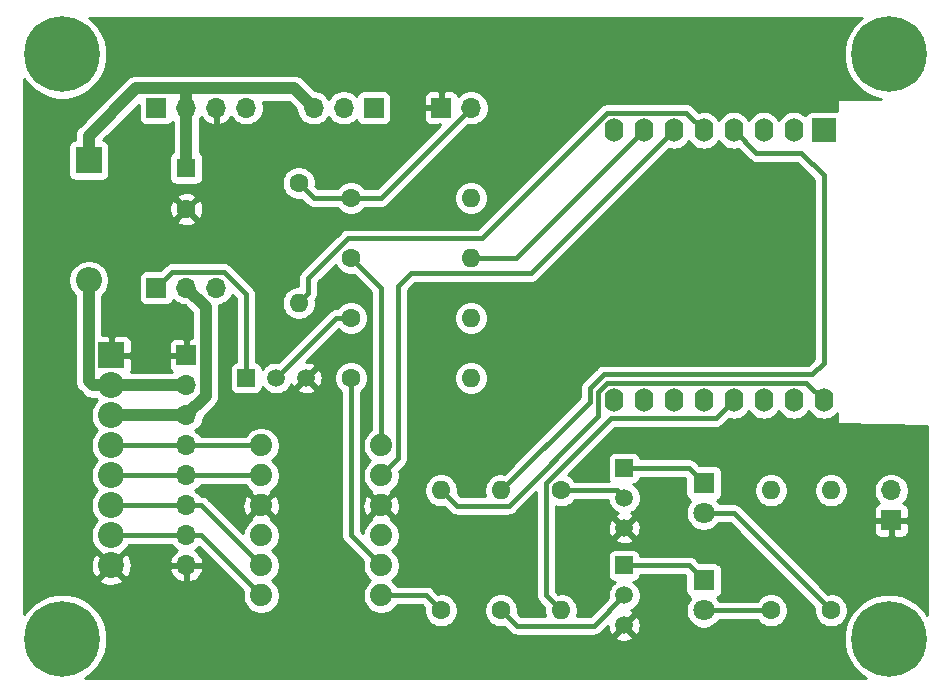
<source format=gtl>
G04 #@! TF.GenerationSoftware,KiCad,Pcbnew,(5.1.9)-1*
G04 #@! TF.CreationDate,2021-05-19T15:47:31+10:00*
G04 #@! TF.ProjectId,publisher,7075626c-6973-4686-9572-2e6b69636164,rev?*
G04 #@! TF.SameCoordinates,Original*
G04 #@! TF.FileFunction,Copper,L1,Top*
G04 #@! TF.FilePolarity,Positive*
%FSLAX46Y46*%
G04 Gerber Fmt 4.6, Leading zero omitted, Abs format (unit mm)*
G04 Created by KiCad (PCBNEW (5.1.9)-1) date 2021-05-19 15:47:31*
%MOMM*%
%LPD*%
G01*
G04 APERTURE LIST*
G04 #@! TA.AperFunction,ComponentPad*
%ADD10O,1.700000X1.700000*%
G04 #@! TD*
G04 #@! TA.AperFunction,ComponentPad*
%ADD11R,1.700000X1.700000*%
G04 #@! TD*
G04 #@! TA.AperFunction,ComponentPad*
%ADD12O,1.600000X1.600000*%
G04 #@! TD*
G04 #@! TA.AperFunction,ComponentPad*
%ADD13C,1.600000*%
G04 #@! TD*
G04 #@! TA.AperFunction,ComponentPad*
%ADD14O,1.600000X2.000000*%
G04 #@! TD*
G04 #@! TA.AperFunction,ComponentPad*
%ADD15R,2.000000X2.000000*%
G04 #@! TD*
G04 #@! TA.AperFunction,ComponentPad*
%ADD16C,2.200000*%
G04 #@! TD*
G04 #@! TA.AperFunction,ComponentPad*
%ADD17R,2.200000X2.200000*%
G04 #@! TD*
G04 #@! TA.AperFunction,ComponentPad*
%ADD18C,6.400000*%
G04 #@! TD*
G04 #@! TA.AperFunction,ComponentPad*
%ADD19R,1.600000X1.600000*%
G04 #@! TD*
G04 #@! TA.AperFunction,ComponentPad*
%ADD20R,1.500000X1.500000*%
G04 #@! TD*
G04 #@! TA.AperFunction,ComponentPad*
%ADD21C,1.500000*%
G04 #@! TD*
G04 #@! TA.AperFunction,ComponentPad*
%ADD22C,1.800000*%
G04 #@! TD*
G04 #@! TA.AperFunction,ComponentPad*
%ADD23R,1.800000X1.800000*%
G04 #@! TD*
G04 #@! TA.AperFunction,ComponentPad*
%ADD24O,2.200000X2.200000*%
G04 #@! TD*
G04 #@! TA.AperFunction,ComponentPad*
%ADD25C,1.879600*%
G04 #@! TD*
G04 #@! TA.AperFunction,Conductor*
%ADD26C,0.400000*%
G04 #@! TD*
G04 #@! TA.AperFunction,Conductor*
%ADD27C,1.000000*%
G04 #@! TD*
G04 #@! TA.AperFunction,Conductor*
%ADD28C,0.254000*%
G04 #@! TD*
G04 #@! TA.AperFunction,Conductor*
%ADD29C,0.100000*%
G04 #@! TD*
G04 APERTURE END LIST*
D10*
X133985000Y-78105000D03*
X131445000Y-78105000D03*
D11*
X128905000Y-78105000D03*
D12*
X153035000Y-95250000D03*
D13*
X153035000Y-105410000D03*
D14*
X182880000Y-64770000D03*
D15*
X185420000Y-64770000D03*
D14*
X180340000Y-64770000D03*
X177800000Y-64770000D03*
X175260000Y-64770000D03*
X172720000Y-64770000D03*
X170180000Y-64770000D03*
X167640000Y-64770000D03*
X167640000Y-87630000D03*
X170180000Y-87630000D03*
X172720000Y-87630000D03*
X175260000Y-87630000D03*
X177800000Y-87630000D03*
X180340000Y-87630000D03*
X182880000Y-87630000D03*
X185420000Y-87630000D03*
D12*
X155575000Y-75565000D03*
D13*
X145415000Y-75565000D03*
D12*
X155575000Y-85725000D03*
D13*
X145415000Y-85725000D03*
D10*
X131445000Y-101600000D03*
X131445000Y-99060000D03*
X131445000Y-96520000D03*
X131445000Y-93980000D03*
X131445000Y-91440000D03*
X131445000Y-88900000D03*
X131445000Y-86360000D03*
D11*
X131445000Y-83820000D03*
D10*
X155575000Y-62865000D03*
D11*
X153035000Y-62865000D03*
D10*
X191135000Y-95250000D03*
D11*
X191135000Y-97790000D03*
D16*
X125095000Y-101600000D03*
X125095000Y-99060000D03*
X125095000Y-96520000D03*
X125095000Y-93980000D03*
X125095000Y-91440000D03*
X125095000Y-88900000D03*
X125095000Y-86360000D03*
D17*
X125095000Y-83820000D03*
D18*
X190945000Y-58320000D03*
X120945000Y-107820000D03*
X120945000Y-58320000D03*
X190945000Y-107820000D03*
D12*
X140970000Y-79375000D03*
D13*
X140970000Y-69215000D03*
D19*
X131445000Y-67945000D03*
D13*
X131445000Y-71445000D03*
D20*
X168529000Y-93345000D03*
D21*
X168529000Y-98425000D03*
X168529000Y-95885000D03*
D20*
X136525000Y-85725000D03*
D21*
X141605000Y-85725000D03*
X139065000Y-85725000D03*
D20*
X168529000Y-101600000D03*
D21*
X168529000Y-106680000D03*
X168529000Y-104140000D03*
D12*
X180975000Y-95250000D03*
D13*
X180975000Y-105410000D03*
D12*
X158115000Y-95250000D03*
D13*
X158115000Y-105410000D03*
D10*
X142240000Y-62865000D03*
X144780000Y-62865000D03*
D11*
X147320000Y-62865000D03*
D12*
X155575000Y-70485000D03*
D13*
X145415000Y-70485000D03*
D12*
X186055000Y-95250000D03*
D13*
X186055000Y-105410000D03*
D12*
X163195000Y-105410000D03*
D13*
X163195000Y-95250000D03*
D22*
X175260000Y-105410000D03*
D23*
X175260000Y-102870000D03*
D22*
X175260000Y-97155000D03*
D23*
X175260000Y-94615000D03*
D11*
X128905000Y-62865000D03*
D10*
X131445000Y-62865000D03*
X133985000Y-62865000D03*
X136525000Y-62865000D03*
D12*
X155575000Y-80645000D03*
D13*
X145415000Y-80645000D03*
D17*
X123190000Y-67310000D03*
D24*
X123190000Y-77470000D03*
D25*
X147955000Y-96520000D03*
X137795000Y-96520000D03*
X137795000Y-99060000D03*
X137795000Y-104140000D03*
X137795000Y-101600000D03*
X137795000Y-93980000D03*
X137795000Y-91440000D03*
X147955000Y-99060000D03*
X147955000Y-104140000D03*
X147955000Y-101600000D03*
X147955000Y-93980000D03*
X147955000Y-91440000D03*
D26*
X144145000Y-80645000D02*
X145415000Y-80645000D01*
X139065000Y-85725000D02*
X144145000Y-80645000D01*
D27*
X140589999Y-61214999D02*
X142240000Y-62865000D01*
X127185001Y-61214999D02*
X140589999Y-61214999D01*
X123190000Y-65210000D02*
X127185001Y-61214999D01*
X123190000Y-67310000D02*
X123190000Y-65210000D01*
X131445000Y-62865000D02*
X131445000Y-61595000D01*
X131445000Y-67945000D02*
X131445000Y-62865000D01*
D26*
X160624999Y-76865001D02*
X150464999Y-76865001D01*
X150464999Y-76865001D02*
X149394801Y-77935199D01*
X149394801Y-92540199D02*
X147955000Y-93980000D01*
X149394801Y-77935199D02*
X149394801Y-92540199D01*
X172720000Y-64770000D02*
X160624999Y-76865001D01*
X159385000Y-75565000D02*
X170180000Y-64770000D01*
X155575000Y-75565000D02*
X159385000Y-75565000D01*
X183919990Y-86129990D02*
X185420000Y-87630000D01*
X153035000Y-95250000D02*
X154335001Y-96550001D01*
X154335001Y-96550001D02*
X158739001Y-96550001D01*
X158739001Y-96550001D02*
X166339990Y-88949012D01*
X166339990Y-88949012D02*
X166339990Y-86891519D01*
X166339990Y-86891519D02*
X167101519Y-86129990D01*
X167101519Y-86129990D02*
X183919990Y-86129990D01*
D27*
X125095000Y-86360000D02*
X131445000Y-86360000D01*
X123190000Y-86010634D02*
X123190000Y-77470000D01*
X125095000Y-86360000D02*
X123539366Y-86360000D01*
X123539366Y-86360000D02*
X123190000Y-86010634D01*
D26*
X125095000Y-93980000D02*
X131445000Y-93980000D01*
X131445000Y-93980000D02*
X137795000Y-93980000D01*
X125095000Y-91440000D02*
X131445000Y-91440000D01*
X131445000Y-91440000D02*
X137795000Y-91440000D01*
X125095000Y-96520000D02*
X131445000Y-96520000D01*
X132715000Y-96520000D02*
X137795000Y-101600000D01*
X131445000Y-96520000D02*
X132715000Y-96520000D01*
X125095000Y-99060000D02*
X131445000Y-99060000D01*
X132715000Y-99060000D02*
X137795000Y-104140000D01*
X131445000Y-99060000D02*
X132715000Y-99060000D01*
X177800000Y-97155000D02*
X186055000Y-105410000D01*
X175260000Y-97155000D02*
X177800000Y-97155000D01*
X173990000Y-93345000D02*
X175260000Y-94615000D01*
X168529000Y-93345000D02*
X173990000Y-93345000D01*
X175260000Y-105410000D02*
X180975000Y-105410000D01*
X173990000Y-101600000D02*
X175260000Y-102870000D01*
X168529000Y-101600000D02*
X173990000Y-101600000D01*
D27*
X133095001Y-87249999D02*
X131445000Y-88900000D01*
X131445000Y-78105000D02*
X133095001Y-79755001D01*
X133095001Y-79755001D02*
X133095001Y-87249999D01*
X131445000Y-88900000D02*
X125095000Y-88900000D01*
D26*
X167894000Y-95250000D02*
X168529000Y-95885000D01*
X163195000Y-95250000D02*
X167894000Y-95250000D01*
X165958999Y-106710001D02*
X168529000Y-104140000D01*
X159415001Y-106710001D02*
X165958999Y-106710001D01*
X158115000Y-105410000D02*
X159415001Y-106710001D01*
X161894999Y-104109999D02*
X163195000Y-105410000D01*
X177800000Y-87630000D02*
X176299990Y-89130010D01*
X176299990Y-89130010D02*
X167390988Y-89130010D01*
X167390988Y-89130010D02*
X161894999Y-94625999D01*
X161894999Y-94625999D02*
X161894999Y-104109999D01*
X165639980Y-86601566D02*
X166811566Y-85429980D01*
X183515000Y-66675000D02*
X179705000Y-66675000D01*
X179705000Y-66675000D02*
X177800000Y-64770000D01*
X185420000Y-68580000D02*
X183515000Y-66675000D01*
X185420000Y-84455000D02*
X185420000Y-68580000D01*
X184445020Y-85429980D02*
X185420000Y-84455000D01*
X166811566Y-85429980D02*
X184445020Y-85429980D01*
X158115000Y-95250000D02*
X165639980Y-87725020D01*
X165639980Y-87725020D02*
X165639980Y-86601566D01*
X175260000Y-64770000D02*
X174758491Y-64770000D01*
X141769999Y-77285999D02*
X145141998Y-73914000D01*
X145141998Y-73914000D02*
X156457509Y-73914000D01*
X156457509Y-73914000D02*
X167101519Y-63269990D01*
X167101519Y-63269990D02*
X173759990Y-63269990D01*
X173759990Y-63269990D02*
X175260000Y-64770000D01*
X140970000Y-79375000D02*
X141769999Y-78575001D01*
X141769999Y-78575001D02*
X141769999Y-77285999D01*
X155575000Y-62925002D02*
X155575000Y-62865000D01*
X147955000Y-70485000D02*
X145415000Y-70485000D01*
X155575000Y-62865000D02*
X147955000Y-70485000D01*
X142240000Y-70485000D02*
X140970000Y-69215000D01*
X145415000Y-70485000D02*
X142240000Y-70485000D01*
X145415000Y-99060000D02*
X145415000Y-85725000D01*
X147955000Y-101600000D02*
X145415000Y-99060000D01*
X147955000Y-78105000D02*
X145415000Y-75565000D01*
X147955000Y-91440000D02*
X147955000Y-78105000D01*
X151765000Y-104140000D02*
X153035000Y-105410000D01*
X147955000Y-104140000D02*
X151765000Y-104140000D01*
X136525000Y-78646998D02*
X136525000Y-85725000D01*
X128905000Y-78105000D02*
X130255001Y-76754999D01*
X130255001Y-76754999D02*
X134633001Y-76754999D01*
X134633001Y-76754999D02*
X136525000Y-78646998D01*
D28*
X188500330Y-55341161D02*
X187966161Y-55875330D01*
X187546467Y-56503446D01*
X187257377Y-57201372D01*
X187110000Y-57942285D01*
X187110000Y-58697715D01*
X187257377Y-59438628D01*
X187546467Y-60136554D01*
X187966161Y-60764670D01*
X188500330Y-61298839D01*
X189128446Y-61718533D01*
X189826372Y-62007623D01*
X190305864Y-62103000D01*
X186690000Y-62103000D01*
X186665224Y-62105440D01*
X186641399Y-62112667D01*
X186619443Y-62124403D01*
X186600197Y-62140197D01*
X186584403Y-62159443D01*
X186572667Y-62181399D01*
X186565440Y-62205224D01*
X186563000Y-62230000D01*
X186563000Y-63149805D01*
X186544482Y-63144188D01*
X186420000Y-63131928D01*
X184420000Y-63131928D01*
X184295518Y-63144188D01*
X184175820Y-63180498D01*
X184065506Y-63239463D01*
X183968815Y-63318815D01*
X183889463Y-63415506D01*
X183842441Y-63503476D01*
X183681101Y-63371068D01*
X183431808Y-63237818D01*
X183161309Y-63155764D01*
X182880000Y-63128057D01*
X182598692Y-63155764D01*
X182328193Y-63237818D01*
X182078900Y-63371068D01*
X181860393Y-63550392D01*
X181681068Y-63768899D01*
X181610000Y-63901858D01*
X181538932Y-63768899D01*
X181359608Y-63550392D01*
X181141101Y-63371068D01*
X180891808Y-63237818D01*
X180621309Y-63155764D01*
X180340000Y-63128057D01*
X180058692Y-63155764D01*
X179788193Y-63237818D01*
X179538900Y-63371068D01*
X179320393Y-63550392D01*
X179141068Y-63768899D01*
X179070000Y-63901858D01*
X178998932Y-63768899D01*
X178819608Y-63550392D01*
X178601101Y-63371068D01*
X178351808Y-63237818D01*
X178081309Y-63155764D01*
X177800000Y-63128057D01*
X177518692Y-63155764D01*
X177248193Y-63237818D01*
X176998900Y-63371068D01*
X176780393Y-63550392D01*
X176601068Y-63768899D01*
X176530000Y-63901858D01*
X176458932Y-63768899D01*
X176279608Y-63550392D01*
X176061101Y-63371068D01*
X175811808Y-63237818D01*
X175541309Y-63155764D01*
X175260000Y-63128057D01*
X174978692Y-63155764D01*
X174862022Y-63191155D01*
X174379436Y-62708569D01*
X174353281Y-62676699D01*
X174226136Y-62572354D01*
X174081077Y-62494818D01*
X173923679Y-62447072D01*
X173801009Y-62434990D01*
X173801008Y-62434990D01*
X173759990Y-62430950D01*
X173718972Y-62434990D01*
X167142526Y-62434990D01*
X167101518Y-62430951D01*
X167060510Y-62434990D01*
X167060500Y-62434990D01*
X166937830Y-62447072D01*
X166780432Y-62494818D01*
X166635373Y-62572354D01*
X166508228Y-62676699D01*
X166482078Y-62708563D01*
X156111642Y-73079000D01*
X145183016Y-73079000D01*
X145141998Y-73074960D01*
X145100980Y-73079000D01*
X145100979Y-73079000D01*
X144978309Y-73091082D01*
X144820911Y-73138828D01*
X144675852Y-73216364D01*
X144548707Y-73320709D01*
X144522561Y-73352568D01*
X141208573Y-76666558D01*
X141176709Y-76692708D01*
X141150561Y-76724570D01*
X141072363Y-76819854D01*
X140994827Y-76964913D01*
X140947081Y-77122311D01*
X140930959Y-77285999D01*
X140935000Y-77327027D01*
X140934999Y-77940000D01*
X140828665Y-77940000D01*
X140551426Y-77995147D01*
X140290273Y-78103320D01*
X140055241Y-78260363D01*
X139855363Y-78460241D01*
X139698320Y-78695273D01*
X139590147Y-78956426D01*
X139535000Y-79233665D01*
X139535000Y-79516335D01*
X139590147Y-79793574D01*
X139698320Y-80054727D01*
X139855363Y-80289759D01*
X140055241Y-80489637D01*
X140290273Y-80646680D01*
X140551426Y-80754853D01*
X140828665Y-80810000D01*
X141111335Y-80810000D01*
X141388574Y-80754853D01*
X141649727Y-80646680D01*
X141884759Y-80489637D01*
X142084637Y-80289759D01*
X142241680Y-80054727D01*
X142349853Y-79793574D01*
X142405000Y-79516335D01*
X142405000Y-79233665D01*
X142386396Y-79140137D01*
X142467635Y-79041147D01*
X142545171Y-78896088D01*
X142592917Y-78738690D01*
X142604999Y-78616020D01*
X142604999Y-78616010D01*
X142609038Y-78575002D01*
X142604999Y-78533994D01*
X142604999Y-77631866D01*
X144099040Y-76137826D01*
X144143320Y-76244727D01*
X144300363Y-76479759D01*
X144500241Y-76679637D01*
X144735273Y-76836680D01*
X144996426Y-76944853D01*
X145273665Y-77000000D01*
X145556335Y-77000000D01*
X145650418Y-76981285D01*
X147120001Y-78450869D01*
X147120000Y-90103933D01*
X146951123Y-90216773D01*
X146731773Y-90436123D01*
X146559430Y-90694052D01*
X146440718Y-90980648D01*
X146380200Y-91284896D01*
X146380200Y-91595104D01*
X146440718Y-91899352D01*
X146559430Y-92185948D01*
X146731773Y-92443877D01*
X146951123Y-92663227D01*
X147021124Y-92710000D01*
X146951123Y-92756773D01*
X146731773Y-92976123D01*
X146559430Y-93234052D01*
X146440718Y-93520648D01*
X146380200Y-93824896D01*
X146380200Y-94135104D01*
X146440718Y-94439352D01*
X146559430Y-94725948D01*
X146731773Y-94983877D01*
X146951123Y-95203227D01*
X147087714Y-95294495D01*
X147042129Y-95427524D01*
X147955000Y-96340395D01*
X148867871Y-95427524D01*
X148822286Y-95294495D01*
X148958877Y-95203227D01*
X149178227Y-94983877D01*
X149350570Y-94725948D01*
X149469282Y-94439352D01*
X149529800Y-94135104D01*
X149529800Y-93824896D01*
X149490176Y-93625691D01*
X149956227Y-93159640D01*
X149988092Y-93133490D01*
X150092437Y-93006345D01*
X150169973Y-92861286D01*
X150217719Y-92703888D01*
X150229801Y-92581218D01*
X150233841Y-92540200D01*
X150229801Y-92499181D01*
X150229801Y-85583665D01*
X154140000Y-85583665D01*
X154140000Y-85866335D01*
X154195147Y-86143574D01*
X154303320Y-86404727D01*
X154460363Y-86639759D01*
X154660241Y-86839637D01*
X154895273Y-86996680D01*
X155156426Y-87104853D01*
X155433665Y-87160000D01*
X155716335Y-87160000D01*
X155993574Y-87104853D01*
X156254727Y-86996680D01*
X156489759Y-86839637D01*
X156689637Y-86639759D01*
X156846680Y-86404727D01*
X156954853Y-86143574D01*
X157010000Y-85866335D01*
X157010000Y-85583665D01*
X156954853Y-85306426D01*
X156846680Y-85045273D01*
X156689637Y-84810241D01*
X156489759Y-84610363D01*
X156254727Y-84453320D01*
X155993574Y-84345147D01*
X155716335Y-84290000D01*
X155433665Y-84290000D01*
X155156426Y-84345147D01*
X154895273Y-84453320D01*
X154660241Y-84610363D01*
X154460363Y-84810241D01*
X154303320Y-85045273D01*
X154195147Y-85306426D01*
X154140000Y-85583665D01*
X150229801Y-85583665D01*
X150229801Y-80503665D01*
X154140000Y-80503665D01*
X154140000Y-80786335D01*
X154195147Y-81063574D01*
X154303320Y-81324727D01*
X154460363Y-81559759D01*
X154660241Y-81759637D01*
X154895273Y-81916680D01*
X155156426Y-82024853D01*
X155433665Y-82080000D01*
X155716335Y-82080000D01*
X155993574Y-82024853D01*
X156254727Y-81916680D01*
X156489759Y-81759637D01*
X156689637Y-81559759D01*
X156846680Y-81324727D01*
X156954853Y-81063574D01*
X157010000Y-80786335D01*
X157010000Y-80503665D01*
X156954853Y-80226426D01*
X156846680Y-79965273D01*
X156689637Y-79730241D01*
X156489759Y-79530363D01*
X156254727Y-79373320D01*
X155993574Y-79265147D01*
X155716335Y-79210000D01*
X155433665Y-79210000D01*
X155156426Y-79265147D01*
X154895273Y-79373320D01*
X154660241Y-79530363D01*
X154460363Y-79730241D01*
X154303320Y-79965273D01*
X154195147Y-80226426D01*
X154140000Y-80503665D01*
X150229801Y-80503665D01*
X150229801Y-78281066D01*
X150810868Y-77700001D01*
X160583981Y-77700001D01*
X160624999Y-77704041D01*
X160666017Y-77700001D01*
X160666018Y-77700001D01*
X160788688Y-77687919D01*
X160946086Y-77640173D01*
X161091145Y-77562637D01*
X161218290Y-77458292D01*
X161244445Y-77426422D01*
X172322022Y-66348845D01*
X172438691Y-66384236D01*
X172720000Y-66411943D01*
X173001308Y-66384236D01*
X173271807Y-66302182D01*
X173521100Y-66168932D01*
X173739607Y-65989608D01*
X173918932Y-65771101D01*
X173990000Y-65638142D01*
X174061068Y-65771100D01*
X174240392Y-65989607D01*
X174458899Y-66168932D01*
X174708192Y-66302182D01*
X174978691Y-66384236D01*
X175260000Y-66411943D01*
X175541308Y-66384236D01*
X175811807Y-66302182D01*
X176061100Y-66168932D01*
X176279607Y-65989608D01*
X176458932Y-65771101D01*
X176530000Y-65638142D01*
X176601068Y-65771100D01*
X176780392Y-65989607D01*
X176998899Y-66168932D01*
X177248192Y-66302182D01*
X177518691Y-66384236D01*
X177800000Y-66411943D01*
X178081308Y-66384236D01*
X178197977Y-66348845D01*
X179085563Y-67236432D01*
X179111709Y-67268291D01*
X179143568Y-67294437D01*
X179143570Y-67294439D01*
X179238854Y-67372636D01*
X179383913Y-67450172D01*
X179541311Y-67497918D01*
X179705000Y-67514040D01*
X179746018Y-67510000D01*
X183169133Y-67510000D01*
X184585001Y-68925870D01*
X184585000Y-84109132D01*
X184099152Y-84594980D01*
X166852584Y-84594980D01*
X166811566Y-84590940D01*
X166770547Y-84594980D01*
X166647877Y-84607062D01*
X166490479Y-84654808D01*
X166345420Y-84732344D01*
X166218275Y-84836689D01*
X166192129Y-84868548D01*
X165078554Y-85982125D01*
X165046690Y-86008275D01*
X164997182Y-86068601D01*
X164942344Y-86135421D01*
X164864808Y-86280480D01*
X164817062Y-86437878D01*
X164800940Y-86601566D01*
X164804981Y-86642594D01*
X164804980Y-87379151D01*
X158350418Y-93833715D01*
X158256335Y-93815000D01*
X157973665Y-93815000D01*
X157696426Y-93870147D01*
X157435273Y-93978320D01*
X157200241Y-94135363D01*
X157000363Y-94335241D01*
X156843320Y-94570273D01*
X156735147Y-94831426D01*
X156680000Y-95108665D01*
X156680000Y-95391335D01*
X156735147Y-95668574D01*
X156754378Y-95715001D01*
X154680869Y-95715001D01*
X154451286Y-95485418D01*
X154470000Y-95391335D01*
X154470000Y-95108665D01*
X154414853Y-94831426D01*
X154306680Y-94570273D01*
X154149637Y-94335241D01*
X153949759Y-94135363D01*
X153714727Y-93978320D01*
X153453574Y-93870147D01*
X153176335Y-93815000D01*
X152893665Y-93815000D01*
X152616426Y-93870147D01*
X152355273Y-93978320D01*
X152120241Y-94135363D01*
X151920363Y-94335241D01*
X151763320Y-94570273D01*
X151655147Y-94831426D01*
X151600000Y-95108665D01*
X151600000Y-95391335D01*
X151655147Y-95668574D01*
X151763320Y-95929727D01*
X151920363Y-96164759D01*
X152120241Y-96364637D01*
X152355273Y-96521680D01*
X152616426Y-96629853D01*
X152893665Y-96685000D01*
X153176335Y-96685000D01*
X153270418Y-96666286D01*
X153715559Y-97111427D01*
X153741710Y-97143292D01*
X153846316Y-97229140D01*
X153868855Y-97247637D01*
X154013914Y-97325173D01*
X154171312Y-97372919D01*
X154335000Y-97389041D01*
X154376019Y-97385001D01*
X158697983Y-97385001D01*
X158739001Y-97389041D01*
X158780019Y-97385001D01*
X158780020Y-97385001D01*
X158902690Y-97372919D01*
X159060088Y-97325173D01*
X159205147Y-97247637D01*
X159332292Y-97143292D01*
X159358447Y-97111422D01*
X161059999Y-95409870D01*
X161060000Y-104068970D01*
X161055959Y-104109999D01*
X161072081Y-104273687D01*
X161119827Y-104431085D01*
X161196752Y-104575000D01*
X161197364Y-104576145D01*
X161301709Y-104703290D01*
X161333573Y-104729440D01*
X161778715Y-105174582D01*
X161760000Y-105268665D01*
X161760000Y-105551335D01*
X161815147Y-105828574D01*
X161834378Y-105875001D01*
X159760869Y-105875001D01*
X159531286Y-105645418D01*
X159550000Y-105551335D01*
X159550000Y-105268665D01*
X159494853Y-104991426D01*
X159386680Y-104730273D01*
X159229637Y-104495241D01*
X159029759Y-104295363D01*
X158794727Y-104138320D01*
X158533574Y-104030147D01*
X158256335Y-103975000D01*
X157973665Y-103975000D01*
X157696426Y-104030147D01*
X157435273Y-104138320D01*
X157200241Y-104295363D01*
X157000363Y-104495241D01*
X156843320Y-104730273D01*
X156735147Y-104991426D01*
X156680000Y-105268665D01*
X156680000Y-105551335D01*
X156735147Y-105828574D01*
X156843320Y-106089727D01*
X157000363Y-106324759D01*
X157200241Y-106524637D01*
X157435273Y-106681680D01*
X157696426Y-106789853D01*
X157973665Y-106845000D01*
X158256335Y-106845000D01*
X158350418Y-106826286D01*
X158795559Y-107271427D01*
X158821710Y-107303292D01*
X158929634Y-107391863D01*
X158948855Y-107407637D01*
X159093914Y-107485173D01*
X159251312Y-107532919D01*
X159415000Y-107549041D01*
X159456019Y-107545001D01*
X165917981Y-107545001D01*
X165958999Y-107549041D01*
X166000017Y-107545001D01*
X166000018Y-107545001D01*
X166122688Y-107532919D01*
X166280086Y-107485173D01*
X166425145Y-107407637D01*
X166552290Y-107303292D01*
X166578445Y-107271422D01*
X167141208Y-106708659D01*
X167139188Y-106752492D01*
X167180035Y-107022238D01*
X167272723Y-107278832D01*
X167333140Y-107391863D01*
X167572007Y-107457388D01*
X168349395Y-106680000D01*
X168708605Y-106680000D01*
X169485993Y-107457388D01*
X169724860Y-107391863D01*
X169840760Y-107144884D01*
X169906250Y-106880040D01*
X169918812Y-106607508D01*
X169877965Y-106337762D01*
X169785277Y-106081168D01*
X169724860Y-105968137D01*
X169485993Y-105902612D01*
X168708605Y-106680000D01*
X168349395Y-106680000D01*
X168335253Y-106665858D01*
X168514858Y-106486253D01*
X168529000Y-106500395D01*
X169306388Y-105723007D01*
X169240863Y-105484140D01*
X169082523Y-105409836D01*
X169185043Y-105367371D01*
X169411886Y-105215799D01*
X169604799Y-105022886D01*
X169756371Y-104796043D01*
X169860775Y-104543989D01*
X169914000Y-104276411D01*
X169914000Y-104003589D01*
X169860775Y-103736011D01*
X169756371Y-103483957D01*
X169604799Y-103257114D01*
X169411886Y-103064201D01*
X169295517Y-102986445D01*
X169403482Y-102975812D01*
X169523180Y-102939502D01*
X169633494Y-102880537D01*
X169730185Y-102801185D01*
X169809537Y-102704494D01*
X169868502Y-102594180D01*
X169904812Y-102474482D01*
X169908701Y-102435000D01*
X173644133Y-102435000D01*
X173721928Y-102512795D01*
X173721928Y-103770000D01*
X173734188Y-103894482D01*
X173770498Y-104014180D01*
X173829463Y-104124494D01*
X173908815Y-104221185D01*
X174005506Y-104300537D01*
X174115820Y-104359502D01*
X174134127Y-104365056D01*
X174067688Y-104431495D01*
X173899701Y-104682905D01*
X173783989Y-104962257D01*
X173725000Y-105258816D01*
X173725000Y-105561184D01*
X173783989Y-105857743D01*
X173899701Y-106137095D01*
X174067688Y-106388505D01*
X174281495Y-106602312D01*
X174532905Y-106770299D01*
X174812257Y-106886011D01*
X175108816Y-106945000D01*
X175411184Y-106945000D01*
X175707743Y-106886011D01*
X175987095Y-106770299D01*
X176238505Y-106602312D01*
X176452312Y-106388505D01*
X176548199Y-106245000D01*
X179807070Y-106245000D01*
X179860363Y-106324759D01*
X180060241Y-106524637D01*
X180295273Y-106681680D01*
X180556426Y-106789853D01*
X180833665Y-106845000D01*
X181116335Y-106845000D01*
X181393574Y-106789853D01*
X181654727Y-106681680D01*
X181889759Y-106524637D01*
X182089637Y-106324759D01*
X182246680Y-106089727D01*
X182354853Y-105828574D01*
X182410000Y-105551335D01*
X182410000Y-105268665D01*
X182354853Y-104991426D01*
X182246680Y-104730273D01*
X182089637Y-104495241D01*
X181889759Y-104295363D01*
X181654727Y-104138320D01*
X181393574Y-104030147D01*
X181116335Y-103975000D01*
X180833665Y-103975000D01*
X180556426Y-104030147D01*
X180295273Y-104138320D01*
X180060241Y-104295363D01*
X179860363Y-104495241D01*
X179807070Y-104575000D01*
X176548199Y-104575000D01*
X176452312Y-104431495D01*
X176385873Y-104365056D01*
X176404180Y-104359502D01*
X176514494Y-104300537D01*
X176611185Y-104221185D01*
X176690537Y-104124494D01*
X176749502Y-104014180D01*
X176785812Y-103894482D01*
X176798072Y-103770000D01*
X176798072Y-101970000D01*
X176785812Y-101845518D01*
X176749502Y-101725820D01*
X176690537Y-101615506D01*
X176611185Y-101518815D01*
X176514494Y-101439463D01*
X176404180Y-101380498D01*
X176284482Y-101344188D01*
X176160000Y-101331928D01*
X174902795Y-101331928D01*
X174609446Y-101038579D01*
X174583291Y-101006709D01*
X174456146Y-100902364D01*
X174311087Y-100824828D01*
X174153689Y-100777082D01*
X174031019Y-100765000D01*
X174031018Y-100765000D01*
X173990000Y-100760960D01*
X173948982Y-100765000D01*
X169908701Y-100765000D01*
X169904812Y-100725518D01*
X169868502Y-100605820D01*
X169809537Y-100495506D01*
X169730185Y-100398815D01*
X169633494Y-100319463D01*
X169523180Y-100260498D01*
X169403482Y-100224188D01*
X169279000Y-100211928D01*
X167779000Y-100211928D01*
X167654518Y-100224188D01*
X167534820Y-100260498D01*
X167424506Y-100319463D01*
X167327815Y-100398815D01*
X167248463Y-100495506D01*
X167189498Y-100605820D01*
X167153188Y-100725518D01*
X167140928Y-100850000D01*
X167140928Y-102350000D01*
X167153188Y-102474482D01*
X167189498Y-102594180D01*
X167248463Y-102704494D01*
X167327815Y-102801185D01*
X167424506Y-102880537D01*
X167534820Y-102939502D01*
X167654518Y-102975812D01*
X167762483Y-102986445D01*
X167646114Y-103064201D01*
X167453201Y-103257114D01*
X167301629Y-103483957D01*
X167197225Y-103736011D01*
X167144000Y-104003589D01*
X167144000Y-104276411D01*
X167155236Y-104332897D01*
X165613132Y-105875001D01*
X164555622Y-105875001D01*
X164574853Y-105828574D01*
X164630000Y-105551335D01*
X164630000Y-105268665D01*
X164574853Y-104991426D01*
X164466680Y-104730273D01*
X164309637Y-104495241D01*
X164109759Y-104295363D01*
X163874727Y-104138320D01*
X163613574Y-104030147D01*
X163336335Y-103975000D01*
X163053665Y-103975000D01*
X162959582Y-103993715D01*
X162729999Y-103764132D01*
X162729999Y-99381993D01*
X167751612Y-99381993D01*
X167817137Y-99620860D01*
X168064116Y-99736760D01*
X168328960Y-99802250D01*
X168601492Y-99814812D01*
X168871238Y-99773965D01*
X169127832Y-99681277D01*
X169240863Y-99620860D01*
X169306388Y-99381993D01*
X168529000Y-98604605D01*
X167751612Y-99381993D01*
X162729999Y-99381993D01*
X162729999Y-98497492D01*
X167139188Y-98497492D01*
X167180035Y-98767238D01*
X167272723Y-99023832D01*
X167333140Y-99136863D01*
X167572007Y-99202388D01*
X168349395Y-98425000D01*
X168708605Y-98425000D01*
X169485993Y-99202388D01*
X169724860Y-99136863D01*
X169840760Y-98889884D01*
X169906250Y-98625040D01*
X169918812Y-98352508D01*
X169877965Y-98082762D01*
X169785277Y-97826168D01*
X169724860Y-97713137D01*
X169485993Y-97647612D01*
X168708605Y-98425000D01*
X168349395Y-98425000D01*
X167572007Y-97647612D01*
X167333140Y-97713137D01*
X167217240Y-97960116D01*
X167151750Y-98224960D01*
X167139188Y-98497492D01*
X162729999Y-98497492D01*
X162729999Y-96610622D01*
X162776426Y-96629853D01*
X163053665Y-96685000D01*
X163336335Y-96685000D01*
X163613574Y-96629853D01*
X163874727Y-96521680D01*
X164109759Y-96364637D01*
X164309637Y-96164759D01*
X164362930Y-96085000D01*
X167156649Y-96085000D01*
X167197225Y-96288989D01*
X167301629Y-96541043D01*
X167453201Y-96767886D01*
X167646114Y-96960799D01*
X167872957Y-97112371D01*
X167972279Y-97153511D01*
X167930168Y-97168723D01*
X167817137Y-97229140D01*
X167751612Y-97468007D01*
X168529000Y-98245395D01*
X169306388Y-97468007D01*
X169240863Y-97229140D01*
X169082523Y-97154836D01*
X169185043Y-97112371D01*
X169411886Y-96960799D01*
X169604799Y-96767886D01*
X169756371Y-96541043D01*
X169860775Y-96288989D01*
X169914000Y-96021411D01*
X169914000Y-95748589D01*
X169860775Y-95481011D01*
X169756371Y-95228957D01*
X169604799Y-95002114D01*
X169411886Y-94809201D01*
X169295517Y-94731445D01*
X169403482Y-94720812D01*
X169523180Y-94684502D01*
X169633494Y-94625537D01*
X169730185Y-94546185D01*
X169809537Y-94449494D01*
X169868502Y-94339180D01*
X169904812Y-94219482D01*
X169908701Y-94180000D01*
X173644133Y-94180000D01*
X173721928Y-94257795D01*
X173721928Y-95515000D01*
X173734188Y-95639482D01*
X173770498Y-95759180D01*
X173829463Y-95869494D01*
X173908815Y-95966185D01*
X174005506Y-96045537D01*
X174115820Y-96104502D01*
X174134127Y-96110056D01*
X174067688Y-96176495D01*
X173899701Y-96427905D01*
X173783989Y-96707257D01*
X173725000Y-97003816D01*
X173725000Y-97306184D01*
X173783989Y-97602743D01*
X173899701Y-97882095D01*
X174067688Y-98133505D01*
X174281495Y-98347312D01*
X174532905Y-98515299D01*
X174812257Y-98631011D01*
X175108816Y-98690000D01*
X175411184Y-98690000D01*
X175707743Y-98631011D01*
X175987095Y-98515299D01*
X176238505Y-98347312D01*
X176452312Y-98133505D01*
X176548199Y-97990000D01*
X177454133Y-97990000D01*
X184638714Y-105174583D01*
X184620000Y-105268665D01*
X184620000Y-105551335D01*
X184675147Y-105828574D01*
X184783320Y-106089727D01*
X184940363Y-106324759D01*
X185140241Y-106524637D01*
X185375273Y-106681680D01*
X185636426Y-106789853D01*
X185913665Y-106845000D01*
X186196335Y-106845000D01*
X186473574Y-106789853D01*
X186734727Y-106681680D01*
X186969759Y-106524637D01*
X187169637Y-106324759D01*
X187326680Y-106089727D01*
X187434853Y-105828574D01*
X187490000Y-105551335D01*
X187490000Y-105268665D01*
X187434853Y-104991426D01*
X187326680Y-104730273D01*
X187169637Y-104495241D01*
X186969759Y-104295363D01*
X186734727Y-104138320D01*
X186473574Y-104030147D01*
X186196335Y-103975000D01*
X185913665Y-103975000D01*
X185819583Y-103993714D01*
X180465868Y-98640000D01*
X189646928Y-98640000D01*
X189659188Y-98764482D01*
X189695498Y-98884180D01*
X189754463Y-98994494D01*
X189833815Y-99091185D01*
X189930506Y-99170537D01*
X190040820Y-99229502D01*
X190160518Y-99265812D01*
X190285000Y-99278072D01*
X190849250Y-99275000D01*
X191008000Y-99116250D01*
X191008000Y-97917000D01*
X191262000Y-97917000D01*
X191262000Y-99116250D01*
X191420750Y-99275000D01*
X191985000Y-99278072D01*
X192109482Y-99265812D01*
X192229180Y-99229502D01*
X192339494Y-99170537D01*
X192436185Y-99091185D01*
X192515537Y-98994494D01*
X192574502Y-98884180D01*
X192610812Y-98764482D01*
X192623072Y-98640000D01*
X192620000Y-98075750D01*
X192461250Y-97917000D01*
X191262000Y-97917000D01*
X191008000Y-97917000D01*
X189808750Y-97917000D01*
X189650000Y-98075750D01*
X189646928Y-98640000D01*
X180465868Y-98640000D01*
X178765868Y-96940000D01*
X189646928Y-96940000D01*
X189650000Y-97504250D01*
X189808750Y-97663000D01*
X191008000Y-97663000D01*
X191008000Y-97643000D01*
X191262000Y-97643000D01*
X191262000Y-97663000D01*
X192461250Y-97663000D01*
X192620000Y-97504250D01*
X192623072Y-96940000D01*
X192610812Y-96815518D01*
X192574502Y-96695820D01*
X192515537Y-96585506D01*
X192436185Y-96488815D01*
X192339494Y-96409463D01*
X192229180Y-96350498D01*
X192156620Y-96328487D01*
X192288475Y-96196632D01*
X192450990Y-95953411D01*
X192562932Y-95683158D01*
X192620000Y-95396260D01*
X192620000Y-95103740D01*
X192562932Y-94816842D01*
X192450990Y-94546589D01*
X192288475Y-94303368D01*
X192081632Y-94096525D01*
X191838411Y-93934010D01*
X191568158Y-93822068D01*
X191281260Y-93765000D01*
X190988740Y-93765000D01*
X190701842Y-93822068D01*
X190431589Y-93934010D01*
X190188368Y-94096525D01*
X189981525Y-94303368D01*
X189819010Y-94546589D01*
X189707068Y-94816842D01*
X189650000Y-95103740D01*
X189650000Y-95396260D01*
X189707068Y-95683158D01*
X189819010Y-95953411D01*
X189981525Y-96196632D01*
X190113380Y-96328487D01*
X190040820Y-96350498D01*
X189930506Y-96409463D01*
X189833815Y-96488815D01*
X189754463Y-96585506D01*
X189695498Y-96695820D01*
X189659188Y-96815518D01*
X189646928Y-96940000D01*
X178765868Y-96940000D01*
X178419446Y-96593579D01*
X178393291Y-96561709D01*
X178266146Y-96457364D01*
X178121087Y-96379828D01*
X177963689Y-96332082D01*
X177841019Y-96320000D01*
X177841018Y-96320000D01*
X177800000Y-96315960D01*
X177758982Y-96320000D01*
X176548199Y-96320000D01*
X176452312Y-96176495D01*
X176385873Y-96110056D01*
X176404180Y-96104502D01*
X176514494Y-96045537D01*
X176611185Y-95966185D01*
X176690537Y-95869494D01*
X176749502Y-95759180D01*
X176785812Y-95639482D01*
X176798072Y-95515000D01*
X176798072Y-95108665D01*
X179540000Y-95108665D01*
X179540000Y-95391335D01*
X179595147Y-95668574D01*
X179703320Y-95929727D01*
X179860363Y-96164759D01*
X180060241Y-96364637D01*
X180295273Y-96521680D01*
X180556426Y-96629853D01*
X180833665Y-96685000D01*
X181116335Y-96685000D01*
X181393574Y-96629853D01*
X181654727Y-96521680D01*
X181889759Y-96364637D01*
X182089637Y-96164759D01*
X182246680Y-95929727D01*
X182354853Y-95668574D01*
X182410000Y-95391335D01*
X182410000Y-95108665D01*
X184620000Y-95108665D01*
X184620000Y-95391335D01*
X184675147Y-95668574D01*
X184783320Y-95929727D01*
X184940363Y-96164759D01*
X185140241Y-96364637D01*
X185375273Y-96521680D01*
X185636426Y-96629853D01*
X185913665Y-96685000D01*
X186196335Y-96685000D01*
X186473574Y-96629853D01*
X186734727Y-96521680D01*
X186969759Y-96364637D01*
X187169637Y-96164759D01*
X187326680Y-95929727D01*
X187434853Y-95668574D01*
X187490000Y-95391335D01*
X187490000Y-95108665D01*
X187434853Y-94831426D01*
X187326680Y-94570273D01*
X187169637Y-94335241D01*
X186969759Y-94135363D01*
X186734727Y-93978320D01*
X186473574Y-93870147D01*
X186196335Y-93815000D01*
X185913665Y-93815000D01*
X185636426Y-93870147D01*
X185375273Y-93978320D01*
X185140241Y-94135363D01*
X184940363Y-94335241D01*
X184783320Y-94570273D01*
X184675147Y-94831426D01*
X184620000Y-95108665D01*
X182410000Y-95108665D01*
X182354853Y-94831426D01*
X182246680Y-94570273D01*
X182089637Y-94335241D01*
X181889759Y-94135363D01*
X181654727Y-93978320D01*
X181393574Y-93870147D01*
X181116335Y-93815000D01*
X180833665Y-93815000D01*
X180556426Y-93870147D01*
X180295273Y-93978320D01*
X180060241Y-94135363D01*
X179860363Y-94335241D01*
X179703320Y-94570273D01*
X179595147Y-94831426D01*
X179540000Y-95108665D01*
X176798072Y-95108665D01*
X176798072Y-93715000D01*
X176785812Y-93590518D01*
X176749502Y-93470820D01*
X176690537Y-93360506D01*
X176611185Y-93263815D01*
X176514494Y-93184463D01*
X176404180Y-93125498D01*
X176284482Y-93089188D01*
X176160000Y-93076928D01*
X174902795Y-93076928D01*
X174609446Y-92783579D01*
X174583291Y-92751709D01*
X174456146Y-92647364D01*
X174311087Y-92569828D01*
X174153689Y-92522082D01*
X174031019Y-92510000D01*
X174031018Y-92510000D01*
X173990000Y-92505960D01*
X173948982Y-92510000D01*
X169908701Y-92510000D01*
X169904812Y-92470518D01*
X169868502Y-92350820D01*
X169809537Y-92240506D01*
X169730185Y-92143815D01*
X169633494Y-92064463D01*
X169523180Y-92005498D01*
X169403482Y-91969188D01*
X169279000Y-91956928D01*
X167779000Y-91956928D01*
X167654518Y-91969188D01*
X167534820Y-92005498D01*
X167424506Y-92064463D01*
X167327815Y-92143815D01*
X167248463Y-92240506D01*
X167189498Y-92350820D01*
X167153188Y-92470518D01*
X167140928Y-92595000D01*
X167140928Y-94095000D01*
X167153188Y-94219482D01*
X167189498Y-94339180D01*
X167230025Y-94415000D01*
X164362930Y-94415000D01*
X164309637Y-94335241D01*
X164109759Y-94135363D01*
X163874727Y-93978320D01*
X163767825Y-93934040D01*
X167736856Y-89965010D01*
X176258972Y-89965010D01*
X176299990Y-89969050D01*
X176341008Y-89965010D01*
X176341009Y-89965010D01*
X176463679Y-89952928D01*
X176621077Y-89905182D01*
X176766136Y-89827646D01*
X176893281Y-89723301D01*
X176919436Y-89691431D01*
X177402022Y-89208845D01*
X177518691Y-89244236D01*
X177800000Y-89271943D01*
X178081308Y-89244236D01*
X178351807Y-89162182D01*
X178601100Y-89028932D01*
X178819607Y-88849608D01*
X178998932Y-88631101D01*
X179070000Y-88498142D01*
X179141068Y-88631100D01*
X179320392Y-88849607D01*
X179538899Y-89028932D01*
X179788192Y-89162182D01*
X180058691Y-89244236D01*
X180340000Y-89271943D01*
X180621308Y-89244236D01*
X180891807Y-89162182D01*
X181141100Y-89028932D01*
X181359607Y-88849608D01*
X181538932Y-88631101D01*
X181610000Y-88498142D01*
X181681068Y-88631100D01*
X181860392Y-88849607D01*
X182078899Y-89028932D01*
X182328192Y-89162182D01*
X182598691Y-89244236D01*
X182880000Y-89271943D01*
X183161308Y-89244236D01*
X183431807Y-89162182D01*
X183681100Y-89028932D01*
X183899607Y-88849608D01*
X184078932Y-88631101D01*
X184150000Y-88498142D01*
X184221068Y-88631100D01*
X184400392Y-88849607D01*
X184618899Y-89028932D01*
X184868192Y-89162182D01*
X185138691Y-89244236D01*
X185420000Y-89271943D01*
X185701308Y-89244236D01*
X185971807Y-89162182D01*
X186221100Y-89028932D01*
X186439607Y-88849608D01*
X186563000Y-88699254D01*
X186563000Y-89535000D01*
X186565045Y-89557697D01*
X186571874Y-89581639D01*
X186583242Y-89603788D01*
X186598713Y-89623294D01*
X186617693Y-89639406D01*
X186639451Y-89651507D01*
X186663151Y-89659130D01*
X186687884Y-89661982D01*
X194183000Y-89786901D01*
X194183000Y-105763192D01*
X193923839Y-105375330D01*
X193389670Y-104841161D01*
X192761554Y-104421467D01*
X192063628Y-104132377D01*
X191322715Y-103985000D01*
X190567285Y-103985000D01*
X189826372Y-104132377D01*
X189128446Y-104421467D01*
X188500330Y-104841161D01*
X187966161Y-105375330D01*
X187546467Y-106003446D01*
X187257377Y-106701372D01*
X187110000Y-107442285D01*
X187110000Y-108197715D01*
X187257377Y-108938628D01*
X187546467Y-109636554D01*
X187966161Y-110264670D01*
X188500330Y-110798839D01*
X188988464Y-111125000D01*
X122901536Y-111125000D01*
X123389670Y-110798839D01*
X123923839Y-110264670D01*
X124343533Y-109636554D01*
X124632623Y-108938628D01*
X124780000Y-108197715D01*
X124780000Y-107636993D01*
X167751612Y-107636993D01*
X167817137Y-107875860D01*
X168064116Y-107991760D01*
X168328960Y-108057250D01*
X168601492Y-108069812D01*
X168871238Y-108028965D01*
X169127832Y-107936277D01*
X169240863Y-107875860D01*
X169306388Y-107636993D01*
X168529000Y-106859605D01*
X167751612Y-107636993D01*
X124780000Y-107636993D01*
X124780000Y-107442285D01*
X124632623Y-106701372D01*
X124343533Y-106003446D01*
X123923839Y-105375330D01*
X123389670Y-104841161D01*
X122761554Y-104421467D01*
X122063628Y-104132377D01*
X121322715Y-103985000D01*
X120567285Y-103985000D01*
X119826372Y-104132377D01*
X119128446Y-104421467D01*
X118500330Y-104841161D01*
X117966161Y-105375330D01*
X117729000Y-105730266D01*
X117729000Y-102806712D01*
X124067893Y-102806712D01*
X124175726Y-103081338D01*
X124482384Y-103232216D01*
X124812585Y-103320369D01*
X125153639Y-103342409D01*
X125492439Y-103297489D01*
X125815966Y-103187336D01*
X126014274Y-103081338D01*
X126122107Y-102806712D01*
X125095000Y-101779605D01*
X124067893Y-102806712D01*
X117729000Y-102806712D01*
X117729000Y-101658639D01*
X123352591Y-101658639D01*
X123397511Y-101997439D01*
X123507664Y-102320966D01*
X123613662Y-102519274D01*
X123888288Y-102627107D01*
X124915395Y-101600000D01*
X125274605Y-101600000D01*
X126301712Y-102627107D01*
X126576338Y-102519274D01*
X126727216Y-102212616D01*
X126795486Y-101956890D01*
X130003524Y-101956890D01*
X130048175Y-102104099D01*
X130173359Y-102366920D01*
X130347412Y-102600269D01*
X130563645Y-102795178D01*
X130813748Y-102944157D01*
X131088109Y-103041481D01*
X131318000Y-102920814D01*
X131318000Y-101727000D01*
X131572000Y-101727000D01*
X131572000Y-102920814D01*
X131801891Y-103041481D01*
X132076252Y-102944157D01*
X132326355Y-102795178D01*
X132542588Y-102600269D01*
X132716641Y-102366920D01*
X132841825Y-102104099D01*
X132886476Y-101956890D01*
X132765155Y-101727000D01*
X131572000Y-101727000D01*
X131318000Y-101727000D01*
X130124845Y-101727000D01*
X130003524Y-101956890D01*
X126795486Y-101956890D01*
X126815369Y-101882415D01*
X126837409Y-101541361D01*
X126792489Y-101202561D01*
X126682336Y-100879034D01*
X126576338Y-100680726D01*
X126301712Y-100572893D01*
X125274605Y-101600000D01*
X124915395Y-101600000D01*
X123888288Y-100572893D01*
X123613662Y-100680726D01*
X123462784Y-100987384D01*
X123374631Y-101317585D01*
X123352591Y-101658639D01*
X117729000Y-101658639D01*
X117729000Y-77299117D01*
X121455000Y-77299117D01*
X121455000Y-77640883D01*
X121521675Y-77976081D01*
X121652463Y-78291831D01*
X121842337Y-78575998D01*
X122055001Y-78788662D01*
X122055000Y-85954882D01*
X122049509Y-86010634D01*
X122055000Y-86066385D01*
X122071423Y-86233132D01*
X122136324Y-86447080D01*
X122241716Y-86644257D01*
X122383551Y-86817083D01*
X122426865Y-86852630D01*
X122697370Y-87123135D01*
X122732917Y-87166449D01*
X122905743Y-87308284D01*
X123102919Y-87413676D01*
X123275400Y-87465998D01*
X123316866Y-87478577D01*
X123539365Y-87500491D01*
X123595117Y-87495000D01*
X123776339Y-87495000D01*
X123911339Y-87630000D01*
X123747337Y-87794002D01*
X123557463Y-88078169D01*
X123426675Y-88393919D01*
X123360000Y-88729117D01*
X123360000Y-89070883D01*
X123426675Y-89406081D01*
X123557463Y-89721831D01*
X123747337Y-90005998D01*
X123911339Y-90170000D01*
X123747337Y-90334002D01*
X123557463Y-90618169D01*
X123426675Y-90933919D01*
X123360000Y-91269117D01*
X123360000Y-91610883D01*
X123426675Y-91946081D01*
X123557463Y-92261831D01*
X123747337Y-92545998D01*
X123911339Y-92710000D01*
X123747337Y-92874002D01*
X123557463Y-93158169D01*
X123426675Y-93473919D01*
X123360000Y-93809117D01*
X123360000Y-94150883D01*
X123426675Y-94486081D01*
X123557463Y-94801831D01*
X123747337Y-95085998D01*
X123911339Y-95250000D01*
X123747337Y-95414002D01*
X123557463Y-95698169D01*
X123426675Y-96013919D01*
X123360000Y-96349117D01*
X123360000Y-96690883D01*
X123426675Y-97026081D01*
X123557463Y-97341831D01*
X123747337Y-97625998D01*
X123911339Y-97790000D01*
X123747337Y-97954002D01*
X123557463Y-98238169D01*
X123426675Y-98553919D01*
X123360000Y-98889117D01*
X123360000Y-99230883D01*
X123426675Y-99566081D01*
X123557463Y-99881831D01*
X123747337Y-100165998D01*
X123989002Y-100407663D01*
X124270074Y-100595469D01*
X125095000Y-101420395D01*
X125919926Y-100595469D01*
X126200998Y-100407663D01*
X126442663Y-100165998D01*
X126623738Y-99895000D01*
X130216935Y-99895000D01*
X130291525Y-100006632D01*
X130498368Y-100213475D01*
X130680534Y-100335195D01*
X130563645Y-100404822D01*
X130347412Y-100599731D01*
X130173359Y-100833080D01*
X130048175Y-101095901D01*
X130003524Y-101243110D01*
X130124845Y-101473000D01*
X131318000Y-101473000D01*
X131318000Y-101453000D01*
X131572000Y-101453000D01*
X131572000Y-101473000D01*
X132765155Y-101473000D01*
X132886476Y-101243110D01*
X132841825Y-101095901D01*
X132716641Y-100833080D01*
X132542588Y-100599731D01*
X132326355Y-100404822D01*
X132209466Y-100335195D01*
X132391632Y-100213475D01*
X132539620Y-100065487D01*
X136259824Y-103785692D01*
X136220200Y-103984896D01*
X136220200Y-104295104D01*
X136280718Y-104599352D01*
X136399430Y-104885948D01*
X136571773Y-105143877D01*
X136791123Y-105363227D01*
X137049052Y-105535570D01*
X137335648Y-105654282D01*
X137639896Y-105714800D01*
X137950104Y-105714800D01*
X138254352Y-105654282D01*
X138540948Y-105535570D01*
X138798877Y-105363227D01*
X139018227Y-105143877D01*
X139190570Y-104885948D01*
X139309282Y-104599352D01*
X139369800Y-104295104D01*
X139369800Y-103984896D01*
X139309282Y-103680648D01*
X139190570Y-103394052D01*
X139018227Y-103136123D01*
X138798877Y-102916773D01*
X138728876Y-102870000D01*
X138798877Y-102823227D01*
X139018227Y-102603877D01*
X139190570Y-102345948D01*
X139309282Y-102059352D01*
X139369800Y-101755104D01*
X139369800Y-101444896D01*
X139309282Y-101140648D01*
X139190570Y-100854052D01*
X139018227Y-100596123D01*
X138798877Y-100376773D01*
X138728876Y-100330000D01*
X138798877Y-100283227D01*
X139018227Y-100063877D01*
X139190570Y-99805948D01*
X139309282Y-99519352D01*
X139369800Y-99215104D01*
X139369800Y-98904896D01*
X139309282Y-98600648D01*
X139190570Y-98314052D01*
X139018227Y-98056123D01*
X138798877Y-97836773D01*
X138662286Y-97745505D01*
X138707871Y-97612476D01*
X137795000Y-96699605D01*
X136882129Y-97612476D01*
X136927714Y-97745505D01*
X136791123Y-97836773D01*
X136571773Y-98056123D01*
X136399430Y-98314052D01*
X136280718Y-98600648D01*
X136230248Y-98854380D01*
X133960845Y-96584977D01*
X136213916Y-96584977D01*
X136256973Y-96892184D01*
X136359135Y-97185086D01*
X136444277Y-97344377D01*
X136702524Y-97432871D01*
X137615395Y-96520000D01*
X137974605Y-96520000D01*
X138887476Y-97432871D01*
X139145723Y-97344377D01*
X139280597Y-97065024D01*
X139358381Y-96764725D01*
X139376084Y-96455023D01*
X139333027Y-96147816D01*
X139230865Y-95854914D01*
X139145723Y-95695623D01*
X138887476Y-95607129D01*
X137974605Y-96520000D01*
X137615395Y-96520000D01*
X136702524Y-95607129D01*
X136444277Y-95695623D01*
X136309403Y-95974976D01*
X136231619Y-96275275D01*
X136213916Y-96584977D01*
X133960845Y-96584977D01*
X133334446Y-95958579D01*
X133308291Y-95926709D01*
X133181146Y-95822364D01*
X133036087Y-95744828D01*
X132878689Y-95697082D01*
X132756019Y-95685000D01*
X132756018Y-95685000D01*
X132715000Y-95680960D01*
X132673982Y-95685000D01*
X132673065Y-95685000D01*
X132598475Y-95573368D01*
X132391632Y-95366525D01*
X132217240Y-95250000D01*
X132391632Y-95133475D01*
X132598475Y-94926632D01*
X132673065Y-94815000D01*
X136458933Y-94815000D01*
X136571773Y-94983877D01*
X136791123Y-95203227D01*
X136927714Y-95294495D01*
X136882129Y-95427524D01*
X137795000Y-96340395D01*
X138707871Y-95427524D01*
X138662286Y-95294495D01*
X138798877Y-95203227D01*
X139018227Y-94983877D01*
X139190570Y-94725948D01*
X139309282Y-94439352D01*
X139369800Y-94135104D01*
X139369800Y-93824896D01*
X139309282Y-93520648D01*
X139190570Y-93234052D01*
X139018227Y-92976123D01*
X138798877Y-92756773D01*
X138728876Y-92710000D01*
X138798877Y-92663227D01*
X139018227Y-92443877D01*
X139190570Y-92185948D01*
X139309282Y-91899352D01*
X139369800Y-91595104D01*
X139369800Y-91284896D01*
X139309282Y-90980648D01*
X139190570Y-90694052D01*
X139018227Y-90436123D01*
X138798877Y-90216773D01*
X138540948Y-90044430D01*
X138254352Y-89925718D01*
X137950104Y-89865200D01*
X137639896Y-89865200D01*
X137335648Y-89925718D01*
X137049052Y-90044430D01*
X136791123Y-90216773D01*
X136571773Y-90436123D01*
X136458933Y-90605000D01*
X132673065Y-90605000D01*
X132598475Y-90493368D01*
X132391632Y-90286525D01*
X132217240Y-90170000D01*
X132391632Y-90053475D01*
X132598475Y-89846632D01*
X132760990Y-89603411D01*
X132872932Y-89333158D01*
X132930000Y-89046260D01*
X132930000Y-89020131D01*
X133858141Y-88091990D01*
X133901450Y-88056448D01*
X134043285Y-87883622D01*
X134148677Y-87686446D01*
X134213578Y-87472498D01*
X134230001Y-87305751D01*
X134235492Y-87249999D01*
X134230001Y-87194247D01*
X134230001Y-79810753D01*
X134235492Y-79755001D01*
X134217550Y-79572836D01*
X134418158Y-79532932D01*
X134688411Y-79420990D01*
X134931632Y-79258475D01*
X135138475Y-79051632D01*
X135300990Y-78808411D01*
X135360902Y-78663769D01*
X135690000Y-78992867D01*
X135690001Y-84345299D01*
X135650518Y-84349188D01*
X135530820Y-84385498D01*
X135420506Y-84444463D01*
X135323815Y-84523815D01*
X135244463Y-84620506D01*
X135185498Y-84730820D01*
X135149188Y-84850518D01*
X135136928Y-84975000D01*
X135136928Y-86475000D01*
X135149188Y-86599482D01*
X135185498Y-86719180D01*
X135244463Y-86829494D01*
X135323815Y-86926185D01*
X135420506Y-87005537D01*
X135530820Y-87064502D01*
X135650518Y-87100812D01*
X135775000Y-87113072D01*
X137275000Y-87113072D01*
X137399482Y-87100812D01*
X137519180Y-87064502D01*
X137629494Y-87005537D01*
X137726185Y-86926185D01*
X137805537Y-86829494D01*
X137864502Y-86719180D01*
X137900812Y-86599482D01*
X137911445Y-86491517D01*
X137989201Y-86607886D01*
X138182114Y-86800799D01*
X138408957Y-86952371D01*
X138661011Y-87056775D01*
X138928589Y-87110000D01*
X139201411Y-87110000D01*
X139468989Y-87056775D01*
X139721043Y-86952371D01*
X139947886Y-86800799D01*
X140066692Y-86681993D01*
X140827612Y-86681993D01*
X140893137Y-86920860D01*
X141140116Y-87036760D01*
X141404960Y-87102250D01*
X141677492Y-87114812D01*
X141947238Y-87073965D01*
X142203832Y-86981277D01*
X142316863Y-86920860D01*
X142382388Y-86681993D01*
X141605000Y-85904605D01*
X140827612Y-86681993D01*
X140066692Y-86681993D01*
X140140799Y-86607886D01*
X140292371Y-86381043D01*
X140333511Y-86281721D01*
X140348723Y-86323832D01*
X140409140Y-86436863D01*
X140648007Y-86502388D01*
X141425395Y-85725000D01*
X141784605Y-85725000D01*
X142561993Y-86502388D01*
X142800860Y-86436863D01*
X142916760Y-86189884D01*
X142982250Y-85925040D01*
X142994812Y-85652508D01*
X142984388Y-85583665D01*
X143980000Y-85583665D01*
X143980000Y-85866335D01*
X144035147Y-86143574D01*
X144143320Y-86404727D01*
X144300363Y-86639759D01*
X144500241Y-86839637D01*
X144580001Y-86892931D01*
X144580000Y-99018981D01*
X144575960Y-99060000D01*
X144580000Y-99101018D01*
X144592082Y-99223688D01*
X144639828Y-99381086D01*
X144717364Y-99526145D01*
X144821709Y-99653291D01*
X144853579Y-99679446D01*
X146419824Y-101245691D01*
X146380200Y-101444896D01*
X146380200Y-101755104D01*
X146440718Y-102059352D01*
X146559430Y-102345948D01*
X146731773Y-102603877D01*
X146951123Y-102823227D01*
X147021124Y-102870000D01*
X146951123Y-102916773D01*
X146731773Y-103136123D01*
X146559430Y-103394052D01*
X146440718Y-103680648D01*
X146380200Y-103984896D01*
X146380200Y-104295104D01*
X146440718Y-104599352D01*
X146559430Y-104885948D01*
X146731773Y-105143877D01*
X146951123Y-105363227D01*
X147209052Y-105535570D01*
X147495648Y-105654282D01*
X147799896Y-105714800D01*
X148110104Y-105714800D01*
X148414352Y-105654282D01*
X148700948Y-105535570D01*
X148958877Y-105363227D01*
X149178227Y-105143877D01*
X149291067Y-104975000D01*
X151419133Y-104975000D01*
X151618715Y-105174582D01*
X151600000Y-105268665D01*
X151600000Y-105551335D01*
X151655147Y-105828574D01*
X151763320Y-106089727D01*
X151920363Y-106324759D01*
X152120241Y-106524637D01*
X152355273Y-106681680D01*
X152616426Y-106789853D01*
X152893665Y-106845000D01*
X153176335Y-106845000D01*
X153453574Y-106789853D01*
X153714727Y-106681680D01*
X153949759Y-106524637D01*
X154149637Y-106324759D01*
X154306680Y-106089727D01*
X154414853Y-105828574D01*
X154470000Y-105551335D01*
X154470000Y-105268665D01*
X154414853Y-104991426D01*
X154306680Y-104730273D01*
X154149637Y-104495241D01*
X153949759Y-104295363D01*
X153714727Y-104138320D01*
X153453574Y-104030147D01*
X153176335Y-103975000D01*
X152893665Y-103975000D01*
X152799582Y-103993715D01*
X152384446Y-103578579D01*
X152358291Y-103546709D01*
X152231146Y-103442364D01*
X152086087Y-103364828D01*
X151928689Y-103317082D01*
X151806019Y-103305000D01*
X151806018Y-103305000D01*
X151765000Y-103300960D01*
X151723982Y-103305000D01*
X149291067Y-103305000D01*
X149178227Y-103136123D01*
X148958877Y-102916773D01*
X148888876Y-102870000D01*
X148958877Y-102823227D01*
X149178227Y-102603877D01*
X149350570Y-102345948D01*
X149469282Y-102059352D01*
X149529800Y-101755104D01*
X149529800Y-101444896D01*
X149469282Y-101140648D01*
X149350570Y-100854052D01*
X149178227Y-100596123D01*
X148958877Y-100376773D01*
X148888876Y-100330000D01*
X148958877Y-100283227D01*
X149178227Y-100063877D01*
X149350570Y-99805948D01*
X149469282Y-99519352D01*
X149529800Y-99215104D01*
X149529800Y-98904896D01*
X149469282Y-98600648D01*
X149350570Y-98314052D01*
X149178227Y-98056123D01*
X148958877Y-97836773D01*
X148822286Y-97745505D01*
X148867871Y-97612476D01*
X147955000Y-96699605D01*
X147042129Y-97612476D01*
X147087714Y-97745505D01*
X146951123Y-97836773D01*
X146731773Y-98056123D01*
X146559430Y-98314052D01*
X146440718Y-98600648D01*
X146390248Y-98854381D01*
X146250000Y-98714133D01*
X146250000Y-96584977D01*
X146373916Y-96584977D01*
X146416973Y-96892184D01*
X146519135Y-97185086D01*
X146604277Y-97344377D01*
X146862524Y-97432871D01*
X147775395Y-96520000D01*
X148134605Y-96520000D01*
X149047476Y-97432871D01*
X149305723Y-97344377D01*
X149440597Y-97065024D01*
X149518381Y-96764725D01*
X149536084Y-96455023D01*
X149493027Y-96147816D01*
X149390865Y-95854914D01*
X149305723Y-95695623D01*
X149047476Y-95607129D01*
X148134605Y-96520000D01*
X147775395Y-96520000D01*
X146862524Y-95607129D01*
X146604277Y-95695623D01*
X146469403Y-95974976D01*
X146391619Y-96275275D01*
X146373916Y-96584977D01*
X146250000Y-96584977D01*
X146250000Y-86892930D01*
X146329759Y-86839637D01*
X146529637Y-86639759D01*
X146686680Y-86404727D01*
X146794853Y-86143574D01*
X146850000Y-85866335D01*
X146850000Y-85583665D01*
X146794853Y-85306426D01*
X146686680Y-85045273D01*
X146529637Y-84810241D01*
X146329759Y-84610363D01*
X146094727Y-84453320D01*
X145833574Y-84345147D01*
X145556335Y-84290000D01*
X145273665Y-84290000D01*
X144996426Y-84345147D01*
X144735273Y-84453320D01*
X144500241Y-84610363D01*
X144300363Y-84810241D01*
X144143320Y-85045273D01*
X144035147Y-85306426D01*
X143980000Y-85583665D01*
X142984388Y-85583665D01*
X142953965Y-85382762D01*
X142861277Y-85126168D01*
X142800860Y-85013137D01*
X142561993Y-84947612D01*
X141784605Y-85725000D01*
X141425395Y-85725000D01*
X141411253Y-85710858D01*
X141590858Y-85531253D01*
X141605000Y-85545395D01*
X142382388Y-84768007D01*
X142316863Y-84529140D01*
X142069884Y-84413240D01*
X141805040Y-84347750D01*
X141631134Y-84339734D01*
X144355736Y-81615132D01*
X144500241Y-81759637D01*
X144735273Y-81916680D01*
X144996426Y-82024853D01*
X145273665Y-82080000D01*
X145556335Y-82080000D01*
X145833574Y-82024853D01*
X146094727Y-81916680D01*
X146329759Y-81759637D01*
X146529637Y-81559759D01*
X146686680Y-81324727D01*
X146794853Y-81063574D01*
X146850000Y-80786335D01*
X146850000Y-80503665D01*
X146794853Y-80226426D01*
X146686680Y-79965273D01*
X146529637Y-79730241D01*
X146329759Y-79530363D01*
X146094727Y-79373320D01*
X145833574Y-79265147D01*
X145556335Y-79210000D01*
X145273665Y-79210000D01*
X144996426Y-79265147D01*
X144735273Y-79373320D01*
X144500241Y-79530363D01*
X144300363Y-79730241D01*
X144247070Y-79810000D01*
X144186018Y-79810000D01*
X144145000Y-79805960D01*
X143981311Y-79822082D01*
X143823913Y-79869828D01*
X143678854Y-79947364D01*
X143653356Y-79968290D01*
X143551709Y-80051709D01*
X143525563Y-80083568D01*
X139257897Y-84351236D01*
X139201411Y-84340000D01*
X138928589Y-84340000D01*
X138661011Y-84393225D01*
X138408957Y-84497629D01*
X138182114Y-84649201D01*
X137989201Y-84842114D01*
X137911445Y-84958483D01*
X137900812Y-84850518D01*
X137864502Y-84730820D01*
X137805537Y-84620506D01*
X137726185Y-84523815D01*
X137629494Y-84444463D01*
X137519180Y-84385498D01*
X137399482Y-84349188D01*
X137360000Y-84345299D01*
X137360000Y-78688016D01*
X137364040Y-78646998D01*
X137347918Y-78483310D01*
X137330560Y-78426086D01*
X137300172Y-78325911D01*
X137222636Y-78180852D01*
X137163601Y-78108917D01*
X137144439Y-78085568D01*
X137144437Y-78085566D01*
X137118291Y-78053707D01*
X137086433Y-78027562D01*
X135252447Y-76193578D01*
X135226292Y-76161708D01*
X135099147Y-76057363D01*
X134954088Y-75979827D01*
X134796690Y-75932081D01*
X134674020Y-75919999D01*
X134674019Y-75919999D01*
X134633001Y-75915959D01*
X134591983Y-75919999D01*
X130296019Y-75919999D01*
X130255001Y-75915959D01*
X130213983Y-75919999D01*
X130213982Y-75919999D01*
X130091312Y-75932081D01*
X129933914Y-75979827D01*
X129788855Y-76057363D01*
X129704698Y-76126429D01*
X129661710Y-76161708D01*
X129635564Y-76193567D01*
X129212204Y-76616928D01*
X128055000Y-76616928D01*
X127930518Y-76629188D01*
X127810820Y-76665498D01*
X127700506Y-76724463D01*
X127603815Y-76803815D01*
X127524463Y-76900506D01*
X127465498Y-77010820D01*
X127429188Y-77130518D01*
X127416928Y-77255000D01*
X127416928Y-78955000D01*
X127429188Y-79079482D01*
X127465498Y-79199180D01*
X127524463Y-79309494D01*
X127603815Y-79406185D01*
X127700506Y-79485537D01*
X127810820Y-79544502D01*
X127930518Y-79580812D01*
X128055000Y-79593072D01*
X129755000Y-79593072D01*
X129879482Y-79580812D01*
X129999180Y-79544502D01*
X130109494Y-79485537D01*
X130206185Y-79406185D01*
X130285537Y-79309494D01*
X130344502Y-79199180D01*
X130366513Y-79126620D01*
X130498368Y-79258475D01*
X130741589Y-79420990D01*
X131011842Y-79532932D01*
X131298740Y-79590000D01*
X131324869Y-79590000D01*
X131960001Y-80225133D01*
X131960001Y-82333752D01*
X131730750Y-82335000D01*
X131572000Y-82493750D01*
X131572000Y-83693000D01*
X131592000Y-83693000D01*
X131592000Y-83947000D01*
X131572000Y-83947000D01*
X131572000Y-83967000D01*
X131318000Y-83967000D01*
X131318000Y-83947000D01*
X130118750Y-83947000D01*
X129960000Y-84105750D01*
X129956928Y-84670000D01*
X129969188Y-84794482D01*
X130005498Y-84914180D01*
X130064463Y-85024494D01*
X130143815Y-85121185D01*
X130240506Y-85200537D01*
X130286272Y-85225000D01*
X126751993Y-85225000D01*
X126784502Y-85164180D01*
X126820812Y-85044482D01*
X126833072Y-84920000D01*
X126830000Y-84105750D01*
X126671250Y-83947000D01*
X125222000Y-83947000D01*
X125222000Y-83967000D01*
X124968000Y-83967000D01*
X124968000Y-83947000D01*
X124948000Y-83947000D01*
X124948000Y-83693000D01*
X124968000Y-83693000D01*
X124968000Y-82243750D01*
X125222000Y-82243750D01*
X125222000Y-83693000D01*
X126671250Y-83693000D01*
X126830000Y-83534250D01*
X126832128Y-82970000D01*
X129956928Y-82970000D01*
X129960000Y-83534250D01*
X130118750Y-83693000D01*
X131318000Y-83693000D01*
X131318000Y-82493750D01*
X131159250Y-82335000D01*
X130595000Y-82331928D01*
X130470518Y-82344188D01*
X130350820Y-82380498D01*
X130240506Y-82439463D01*
X130143815Y-82518815D01*
X130064463Y-82615506D01*
X130005498Y-82725820D01*
X129969188Y-82845518D01*
X129956928Y-82970000D01*
X126832128Y-82970000D01*
X126833072Y-82720000D01*
X126820812Y-82595518D01*
X126784502Y-82475820D01*
X126725537Y-82365506D01*
X126646185Y-82268815D01*
X126549494Y-82189463D01*
X126439180Y-82130498D01*
X126319482Y-82094188D01*
X126195000Y-82081928D01*
X125380750Y-82085000D01*
X125222000Y-82243750D01*
X124968000Y-82243750D01*
X124809250Y-82085000D01*
X124325000Y-82083173D01*
X124325000Y-78788661D01*
X124537663Y-78575998D01*
X124727537Y-78291831D01*
X124858325Y-77976081D01*
X124925000Y-77640883D01*
X124925000Y-77299117D01*
X124858325Y-76963919D01*
X124727537Y-76648169D01*
X124537663Y-76364002D01*
X124295998Y-76122337D01*
X124011831Y-75932463D01*
X123696081Y-75801675D01*
X123360883Y-75735000D01*
X123019117Y-75735000D01*
X122683919Y-75801675D01*
X122368169Y-75932463D01*
X122084002Y-76122337D01*
X121842337Y-76364002D01*
X121652463Y-76648169D01*
X121521675Y-76963919D01*
X121455000Y-77299117D01*
X117729000Y-77299117D01*
X117729000Y-72437702D01*
X130631903Y-72437702D01*
X130703486Y-72681671D01*
X130958996Y-72802571D01*
X131233184Y-72871300D01*
X131515512Y-72885217D01*
X131795130Y-72843787D01*
X132061292Y-72748603D01*
X132186514Y-72681671D01*
X132258097Y-72437702D01*
X131445000Y-71624605D01*
X130631903Y-72437702D01*
X117729000Y-72437702D01*
X117729000Y-71515512D01*
X130004783Y-71515512D01*
X130046213Y-71795130D01*
X130141397Y-72061292D01*
X130208329Y-72186514D01*
X130452298Y-72258097D01*
X131265395Y-71445000D01*
X131624605Y-71445000D01*
X132437702Y-72258097D01*
X132681671Y-72186514D01*
X132802571Y-71931004D01*
X132871300Y-71656816D01*
X132885217Y-71374488D01*
X132843787Y-71094870D01*
X132748603Y-70828708D01*
X132681671Y-70703486D01*
X132437702Y-70631903D01*
X131624605Y-71445000D01*
X131265395Y-71445000D01*
X130452298Y-70631903D01*
X130208329Y-70703486D01*
X130087429Y-70958996D01*
X130018700Y-71233184D01*
X130004783Y-71515512D01*
X117729000Y-71515512D01*
X117729000Y-70452298D01*
X130631903Y-70452298D01*
X131445000Y-71265395D01*
X132258097Y-70452298D01*
X132186514Y-70208329D01*
X131931004Y-70087429D01*
X131656816Y-70018700D01*
X131374488Y-70004783D01*
X131094870Y-70046213D01*
X130828708Y-70141397D01*
X130703486Y-70208329D01*
X130631903Y-70452298D01*
X117729000Y-70452298D01*
X117729000Y-66210000D01*
X121451928Y-66210000D01*
X121451928Y-68410000D01*
X121464188Y-68534482D01*
X121500498Y-68654180D01*
X121559463Y-68764494D01*
X121638815Y-68861185D01*
X121735506Y-68940537D01*
X121845820Y-68999502D01*
X121965518Y-69035812D01*
X122090000Y-69048072D01*
X124290000Y-69048072D01*
X124414482Y-69035812D01*
X124534180Y-68999502D01*
X124644494Y-68940537D01*
X124741185Y-68861185D01*
X124820537Y-68764494D01*
X124879502Y-68654180D01*
X124915812Y-68534482D01*
X124928072Y-68410000D01*
X124928072Y-66210000D01*
X124915812Y-66085518D01*
X124879502Y-65965820D01*
X124820537Y-65855506D01*
X124741185Y-65758815D01*
X124644494Y-65679463D01*
X124534180Y-65620498D01*
X124419439Y-65585692D01*
X127416928Y-62588205D01*
X127416928Y-63715000D01*
X127429188Y-63839482D01*
X127465498Y-63959180D01*
X127524463Y-64069494D01*
X127603815Y-64166185D01*
X127700506Y-64245537D01*
X127810820Y-64304502D01*
X127930518Y-64340812D01*
X128055000Y-64353072D01*
X129755000Y-64353072D01*
X129879482Y-64340812D01*
X129999180Y-64304502D01*
X130109494Y-64245537D01*
X130206185Y-64166185D01*
X130285537Y-64069494D01*
X130310001Y-64023726D01*
X130310000Y-66604043D01*
X130290506Y-66614463D01*
X130193815Y-66693815D01*
X130114463Y-66790506D01*
X130055498Y-66900820D01*
X130019188Y-67020518D01*
X130006928Y-67145000D01*
X130006928Y-68745000D01*
X130019188Y-68869482D01*
X130055498Y-68989180D01*
X130114463Y-69099494D01*
X130193815Y-69196185D01*
X130290506Y-69275537D01*
X130400820Y-69334502D01*
X130520518Y-69370812D01*
X130645000Y-69383072D01*
X132245000Y-69383072D01*
X132369482Y-69370812D01*
X132489180Y-69334502D01*
X132599494Y-69275537D01*
X132696185Y-69196185D01*
X132775537Y-69099494D01*
X132789343Y-69073665D01*
X139535000Y-69073665D01*
X139535000Y-69356335D01*
X139590147Y-69633574D01*
X139698320Y-69894727D01*
X139855363Y-70129759D01*
X140055241Y-70329637D01*
X140290273Y-70486680D01*
X140551426Y-70594853D01*
X140828665Y-70650000D01*
X141111335Y-70650000D01*
X141205418Y-70631286D01*
X141620558Y-71046426D01*
X141646709Y-71078291D01*
X141773854Y-71182636D01*
X141918913Y-71260172D01*
X142076311Y-71307918D01*
X142198981Y-71320000D01*
X142198983Y-71320000D01*
X142239999Y-71324040D01*
X142281015Y-71320000D01*
X144247070Y-71320000D01*
X144300363Y-71399759D01*
X144500241Y-71599637D01*
X144735273Y-71756680D01*
X144996426Y-71864853D01*
X145273665Y-71920000D01*
X145556335Y-71920000D01*
X145833574Y-71864853D01*
X146094727Y-71756680D01*
X146329759Y-71599637D01*
X146529637Y-71399759D01*
X146582930Y-71320000D01*
X147913982Y-71320000D01*
X147955000Y-71324040D01*
X147996018Y-71320000D01*
X147996019Y-71320000D01*
X148118689Y-71307918D01*
X148276087Y-71260172D01*
X148421146Y-71182636D01*
X148548291Y-71078291D01*
X148574446Y-71046421D01*
X149277202Y-70343665D01*
X154140000Y-70343665D01*
X154140000Y-70626335D01*
X154195147Y-70903574D01*
X154303320Y-71164727D01*
X154460363Y-71399759D01*
X154660241Y-71599637D01*
X154895273Y-71756680D01*
X155156426Y-71864853D01*
X155433665Y-71920000D01*
X155716335Y-71920000D01*
X155993574Y-71864853D01*
X156254727Y-71756680D01*
X156489759Y-71599637D01*
X156689637Y-71399759D01*
X156846680Y-71164727D01*
X156954853Y-70903574D01*
X157010000Y-70626335D01*
X157010000Y-70343665D01*
X156954853Y-70066426D01*
X156846680Y-69805273D01*
X156689637Y-69570241D01*
X156489759Y-69370363D01*
X156254727Y-69213320D01*
X155993574Y-69105147D01*
X155716335Y-69050000D01*
X155433665Y-69050000D01*
X155156426Y-69105147D01*
X154895273Y-69213320D01*
X154660241Y-69370363D01*
X154460363Y-69570241D01*
X154303320Y-69805273D01*
X154195147Y-70066426D01*
X154140000Y-70343665D01*
X149277202Y-70343665D01*
X155297061Y-64323807D01*
X155428740Y-64350000D01*
X155721260Y-64350000D01*
X156008158Y-64292932D01*
X156278411Y-64180990D01*
X156521632Y-64018475D01*
X156728475Y-63811632D01*
X156890990Y-63568411D01*
X157002932Y-63298158D01*
X157060000Y-63011260D01*
X157060000Y-62718740D01*
X157002932Y-62431842D01*
X156890990Y-62161589D01*
X156728475Y-61918368D01*
X156521632Y-61711525D01*
X156278411Y-61549010D01*
X156008158Y-61437068D01*
X155721260Y-61380000D01*
X155428740Y-61380000D01*
X155141842Y-61437068D01*
X154871589Y-61549010D01*
X154628368Y-61711525D01*
X154496513Y-61843380D01*
X154474502Y-61770820D01*
X154415537Y-61660506D01*
X154336185Y-61563815D01*
X154239494Y-61484463D01*
X154129180Y-61425498D01*
X154009482Y-61389188D01*
X153885000Y-61376928D01*
X153320750Y-61380000D01*
X153162000Y-61538750D01*
X153162000Y-62738000D01*
X153182000Y-62738000D01*
X153182000Y-62992000D01*
X153162000Y-62992000D01*
X153162000Y-63012000D01*
X152908000Y-63012000D01*
X152908000Y-62992000D01*
X151708750Y-62992000D01*
X151550000Y-63150750D01*
X151546928Y-63715000D01*
X151559188Y-63839482D01*
X151595498Y-63959180D01*
X151654463Y-64069494D01*
X151733815Y-64166185D01*
X151830506Y-64245537D01*
X151940820Y-64304502D01*
X152060518Y-64340812D01*
X152185000Y-64353072D01*
X152749250Y-64350000D01*
X152907998Y-64191252D01*
X152907998Y-64350000D01*
X152909132Y-64350000D01*
X147609133Y-69650000D01*
X146582930Y-69650000D01*
X146529637Y-69570241D01*
X146329759Y-69370363D01*
X146094727Y-69213320D01*
X145833574Y-69105147D01*
X145556335Y-69050000D01*
X145273665Y-69050000D01*
X144996426Y-69105147D01*
X144735273Y-69213320D01*
X144500241Y-69370363D01*
X144300363Y-69570241D01*
X144247070Y-69650000D01*
X142585868Y-69650000D01*
X142386286Y-69450418D01*
X142405000Y-69356335D01*
X142405000Y-69073665D01*
X142349853Y-68796426D01*
X142241680Y-68535273D01*
X142084637Y-68300241D01*
X141884759Y-68100363D01*
X141649727Y-67943320D01*
X141388574Y-67835147D01*
X141111335Y-67780000D01*
X140828665Y-67780000D01*
X140551426Y-67835147D01*
X140290273Y-67943320D01*
X140055241Y-68100363D01*
X139855363Y-68300241D01*
X139698320Y-68535273D01*
X139590147Y-68796426D01*
X139535000Y-69073665D01*
X132789343Y-69073665D01*
X132834502Y-68989180D01*
X132870812Y-68869482D01*
X132883072Y-68745000D01*
X132883072Y-67145000D01*
X132870812Y-67020518D01*
X132834502Y-66900820D01*
X132775537Y-66790506D01*
X132696185Y-66693815D01*
X132599494Y-66614463D01*
X132580000Y-66604043D01*
X132580000Y-63830107D01*
X132598475Y-63811632D01*
X132720195Y-63629466D01*
X132789822Y-63746355D01*
X132984731Y-63962588D01*
X133218080Y-64136641D01*
X133480901Y-64261825D01*
X133628110Y-64306476D01*
X133858000Y-64185155D01*
X133858000Y-62992000D01*
X133838000Y-62992000D01*
X133838000Y-62738000D01*
X133858000Y-62738000D01*
X133858000Y-62718000D01*
X134112000Y-62718000D01*
X134112000Y-62738000D01*
X134132000Y-62738000D01*
X134132000Y-62992000D01*
X134112000Y-62992000D01*
X134112000Y-64185155D01*
X134341890Y-64306476D01*
X134489099Y-64261825D01*
X134751920Y-64136641D01*
X134985269Y-63962588D01*
X135180178Y-63746355D01*
X135249805Y-63629466D01*
X135371525Y-63811632D01*
X135578368Y-64018475D01*
X135821589Y-64180990D01*
X136091842Y-64292932D01*
X136378740Y-64350000D01*
X136671260Y-64350000D01*
X136958158Y-64292932D01*
X137228411Y-64180990D01*
X137471632Y-64018475D01*
X137678475Y-63811632D01*
X137840990Y-63568411D01*
X137952932Y-63298158D01*
X138010000Y-63011260D01*
X138010000Y-62718740D01*
X137952932Y-62431842D01*
X137919032Y-62349999D01*
X140119868Y-62349999D01*
X140755000Y-62985132D01*
X140755000Y-63011260D01*
X140812068Y-63298158D01*
X140924010Y-63568411D01*
X141086525Y-63811632D01*
X141293368Y-64018475D01*
X141536589Y-64180990D01*
X141806842Y-64292932D01*
X142093740Y-64350000D01*
X142386260Y-64350000D01*
X142673158Y-64292932D01*
X142943411Y-64180990D01*
X143186632Y-64018475D01*
X143393475Y-63811632D01*
X143510000Y-63637240D01*
X143626525Y-63811632D01*
X143833368Y-64018475D01*
X144076589Y-64180990D01*
X144346842Y-64292932D01*
X144633740Y-64350000D01*
X144926260Y-64350000D01*
X145213158Y-64292932D01*
X145483411Y-64180990D01*
X145726632Y-64018475D01*
X145858487Y-63886620D01*
X145880498Y-63959180D01*
X145939463Y-64069494D01*
X146018815Y-64166185D01*
X146115506Y-64245537D01*
X146225820Y-64304502D01*
X146345518Y-64340812D01*
X146470000Y-64353072D01*
X148170000Y-64353072D01*
X148294482Y-64340812D01*
X148414180Y-64304502D01*
X148524494Y-64245537D01*
X148621185Y-64166185D01*
X148700537Y-64069494D01*
X148759502Y-63959180D01*
X148795812Y-63839482D01*
X148808072Y-63715000D01*
X148808072Y-62015000D01*
X151546928Y-62015000D01*
X151550000Y-62579250D01*
X151708750Y-62738000D01*
X152908000Y-62738000D01*
X152908000Y-61538750D01*
X152749250Y-61380000D01*
X152185000Y-61376928D01*
X152060518Y-61389188D01*
X151940820Y-61425498D01*
X151830506Y-61484463D01*
X151733815Y-61563815D01*
X151654463Y-61660506D01*
X151595498Y-61770820D01*
X151559188Y-61890518D01*
X151546928Y-62015000D01*
X148808072Y-62015000D01*
X148795812Y-61890518D01*
X148759502Y-61770820D01*
X148700537Y-61660506D01*
X148621185Y-61563815D01*
X148524494Y-61484463D01*
X148414180Y-61425498D01*
X148294482Y-61389188D01*
X148170000Y-61376928D01*
X146470000Y-61376928D01*
X146345518Y-61389188D01*
X146225820Y-61425498D01*
X146115506Y-61484463D01*
X146018815Y-61563815D01*
X145939463Y-61660506D01*
X145880498Y-61770820D01*
X145858487Y-61843380D01*
X145726632Y-61711525D01*
X145483411Y-61549010D01*
X145213158Y-61437068D01*
X144926260Y-61380000D01*
X144633740Y-61380000D01*
X144346842Y-61437068D01*
X144076589Y-61549010D01*
X143833368Y-61711525D01*
X143626525Y-61918368D01*
X143510000Y-62092760D01*
X143393475Y-61918368D01*
X143186632Y-61711525D01*
X142943411Y-61549010D01*
X142673158Y-61437068D01*
X142386260Y-61380000D01*
X142360132Y-61380000D01*
X141431995Y-60451864D01*
X141396448Y-60408550D01*
X141223622Y-60266715D01*
X141026446Y-60161323D01*
X140812498Y-60096422D01*
X140645751Y-60079999D01*
X140645750Y-60079999D01*
X140589999Y-60074508D01*
X140534248Y-60079999D01*
X127240753Y-60079999D01*
X127185001Y-60074508D01*
X126962502Y-60096422D01*
X126748554Y-60161323D01*
X126551378Y-60266715D01*
X126421857Y-60373010D01*
X126421856Y-60373011D01*
X126378552Y-60408550D01*
X126343014Y-60451853D01*
X122426860Y-64368009D01*
X122383552Y-64403551D01*
X122241717Y-64576377D01*
X122225717Y-64606311D01*
X122136324Y-64773554D01*
X122071423Y-64987502D01*
X122049509Y-65210000D01*
X122055001Y-65265761D01*
X122055001Y-65575375D01*
X121965518Y-65584188D01*
X121845820Y-65620498D01*
X121735506Y-65679463D01*
X121638815Y-65758815D01*
X121559463Y-65855506D01*
X121500498Y-65965820D01*
X121464188Y-66085518D01*
X121451928Y-66210000D01*
X117729000Y-66210000D01*
X117729000Y-60409734D01*
X117966161Y-60764670D01*
X118500330Y-61298839D01*
X119128446Y-61718533D01*
X119826372Y-62007623D01*
X120567285Y-62155000D01*
X121322715Y-62155000D01*
X122063628Y-62007623D01*
X122761554Y-61718533D01*
X123389670Y-61298839D01*
X123923839Y-60764670D01*
X124343533Y-60136554D01*
X124632623Y-59438628D01*
X124780000Y-58697715D01*
X124780000Y-57942285D01*
X124632623Y-57201372D01*
X124343533Y-56503446D01*
X123923839Y-55875330D01*
X123389670Y-55341161D01*
X123245755Y-55245000D01*
X188644245Y-55245000D01*
X188500330Y-55341161D01*
G04 #@! TA.AperFunction,Conductor*
D29*
G36*
X188500330Y-55341161D02*
G01*
X187966161Y-55875330D01*
X187546467Y-56503446D01*
X187257377Y-57201372D01*
X187110000Y-57942285D01*
X187110000Y-58697715D01*
X187257377Y-59438628D01*
X187546467Y-60136554D01*
X187966161Y-60764670D01*
X188500330Y-61298839D01*
X189128446Y-61718533D01*
X189826372Y-62007623D01*
X190305864Y-62103000D01*
X186690000Y-62103000D01*
X186665224Y-62105440D01*
X186641399Y-62112667D01*
X186619443Y-62124403D01*
X186600197Y-62140197D01*
X186584403Y-62159443D01*
X186572667Y-62181399D01*
X186565440Y-62205224D01*
X186563000Y-62230000D01*
X186563000Y-63149805D01*
X186544482Y-63144188D01*
X186420000Y-63131928D01*
X184420000Y-63131928D01*
X184295518Y-63144188D01*
X184175820Y-63180498D01*
X184065506Y-63239463D01*
X183968815Y-63318815D01*
X183889463Y-63415506D01*
X183842441Y-63503476D01*
X183681101Y-63371068D01*
X183431808Y-63237818D01*
X183161309Y-63155764D01*
X182880000Y-63128057D01*
X182598692Y-63155764D01*
X182328193Y-63237818D01*
X182078900Y-63371068D01*
X181860393Y-63550392D01*
X181681068Y-63768899D01*
X181610000Y-63901858D01*
X181538932Y-63768899D01*
X181359608Y-63550392D01*
X181141101Y-63371068D01*
X180891808Y-63237818D01*
X180621309Y-63155764D01*
X180340000Y-63128057D01*
X180058692Y-63155764D01*
X179788193Y-63237818D01*
X179538900Y-63371068D01*
X179320393Y-63550392D01*
X179141068Y-63768899D01*
X179070000Y-63901858D01*
X178998932Y-63768899D01*
X178819608Y-63550392D01*
X178601101Y-63371068D01*
X178351808Y-63237818D01*
X178081309Y-63155764D01*
X177800000Y-63128057D01*
X177518692Y-63155764D01*
X177248193Y-63237818D01*
X176998900Y-63371068D01*
X176780393Y-63550392D01*
X176601068Y-63768899D01*
X176530000Y-63901858D01*
X176458932Y-63768899D01*
X176279608Y-63550392D01*
X176061101Y-63371068D01*
X175811808Y-63237818D01*
X175541309Y-63155764D01*
X175260000Y-63128057D01*
X174978692Y-63155764D01*
X174862022Y-63191155D01*
X174379436Y-62708569D01*
X174353281Y-62676699D01*
X174226136Y-62572354D01*
X174081077Y-62494818D01*
X173923679Y-62447072D01*
X173801009Y-62434990D01*
X173801008Y-62434990D01*
X173759990Y-62430950D01*
X173718972Y-62434990D01*
X167142526Y-62434990D01*
X167101518Y-62430951D01*
X167060510Y-62434990D01*
X167060500Y-62434990D01*
X166937830Y-62447072D01*
X166780432Y-62494818D01*
X166635373Y-62572354D01*
X166508228Y-62676699D01*
X166482078Y-62708563D01*
X156111642Y-73079000D01*
X145183016Y-73079000D01*
X145141998Y-73074960D01*
X145100980Y-73079000D01*
X145100979Y-73079000D01*
X144978309Y-73091082D01*
X144820911Y-73138828D01*
X144675852Y-73216364D01*
X144548707Y-73320709D01*
X144522561Y-73352568D01*
X141208573Y-76666558D01*
X141176709Y-76692708D01*
X141150561Y-76724570D01*
X141072363Y-76819854D01*
X140994827Y-76964913D01*
X140947081Y-77122311D01*
X140930959Y-77285999D01*
X140935000Y-77327027D01*
X140934999Y-77940000D01*
X140828665Y-77940000D01*
X140551426Y-77995147D01*
X140290273Y-78103320D01*
X140055241Y-78260363D01*
X139855363Y-78460241D01*
X139698320Y-78695273D01*
X139590147Y-78956426D01*
X139535000Y-79233665D01*
X139535000Y-79516335D01*
X139590147Y-79793574D01*
X139698320Y-80054727D01*
X139855363Y-80289759D01*
X140055241Y-80489637D01*
X140290273Y-80646680D01*
X140551426Y-80754853D01*
X140828665Y-80810000D01*
X141111335Y-80810000D01*
X141388574Y-80754853D01*
X141649727Y-80646680D01*
X141884759Y-80489637D01*
X142084637Y-80289759D01*
X142241680Y-80054727D01*
X142349853Y-79793574D01*
X142405000Y-79516335D01*
X142405000Y-79233665D01*
X142386396Y-79140137D01*
X142467635Y-79041147D01*
X142545171Y-78896088D01*
X142592917Y-78738690D01*
X142604999Y-78616020D01*
X142604999Y-78616010D01*
X142609038Y-78575002D01*
X142604999Y-78533994D01*
X142604999Y-77631866D01*
X144099040Y-76137826D01*
X144143320Y-76244727D01*
X144300363Y-76479759D01*
X144500241Y-76679637D01*
X144735273Y-76836680D01*
X144996426Y-76944853D01*
X145273665Y-77000000D01*
X145556335Y-77000000D01*
X145650418Y-76981285D01*
X147120001Y-78450869D01*
X147120000Y-90103933D01*
X146951123Y-90216773D01*
X146731773Y-90436123D01*
X146559430Y-90694052D01*
X146440718Y-90980648D01*
X146380200Y-91284896D01*
X146380200Y-91595104D01*
X146440718Y-91899352D01*
X146559430Y-92185948D01*
X146731773Y-92443877D01*
X146951123Y-92663227D01*
X147021124Y-92710000D01*
X146951123Y-92756773D01*
X146731773Y-92976123D01*
X146559430Y-93234052D01*
X146440718Y-93520648D01*
X146380200Y-93824896D01*
X146380200Y-94135104D01*
X146440718Y-94439352D01*
X146559430Y-94725948D01*
X146731773Y-94983877D01*
X146951123Y-95203227D01*
X147087714Y-95294495D01*
X147042129Y-95427524D01*
X147955000Y-96340395D01*
X148867871Y-95427524D01*
X148822286Y-95294495D01*
X148958877Y-95203227D01*
X149178227Y-94983877D01*
X149350570Y-94725948D01*
X149469282Y-94439352D01*
X149529800Y-94135104D01*
X149529800Y-93824896D01*
X149490176Y-93625691D01*
X149956227Y-93159640D01*
X149988092Y-93133490D01*
X150092437Y-93006345D01*
X150169973Y-92861286D01*
X150217719Y-92703888D01*
X150229801Y-92581218D01*
X150233841Y-92540200D01*
X150229801Y-92499181D01*
X150229801Y-85583665D01*
X154140000Y-85583665D01*
X154140000Y-85866335D01*
X154195147Y-86143574D01*
X154303320Y-86404727D01*
X154460363Y-86639759D01*
X154660241Y-86839637D01*
X154895273Y-86996680D01*
X155156426Y-87104853D01*
X155433665Y-87160000D01*
X155716335Y-87160000D01*
X155993574Y-87104853D01*
X156254727Y-86996680D01*
X156489759Y-86839637D01*
X156689637Y-86639759D01*
X156846680Y-86404727D01*
X156954853Y-86143574D01*
X157010000Y-85866335D01*
X157010000Y-85583665D01*
X156954853Y-85306426D01*
X156846680Y-85045273D01*
X156689637Y-84810241D01*
X156489759Y-84610363D01*
X156254727Y-84453320D01*
X155993574Y-84345147D01*
X155716335Y-84290000D01*
X155433665Y-84290000D01*
X155156426Y-84345147D01*
X154895273Y-84453320D01*
X154660241Y-84610363D01*
X154460363Y-84810241D01*
X154303320Y-85045273D01*
X154195147Y-85306426D01*
X154140000Y-85583665D01*
X150229801Y-85583665D01*
X150229801Y-80503665D01*
X154140000Y-80503665D01*
X154140000Y-80786335D01*
X154195147Y-81063574D01*
X154303320Y-81324727D01*
X154460363Y-81559759D01*
X154660241Y-81759637D01*
X154895273Y-81916680D01*
X155156426Y-82024853D01*
X155433665Y-82080000D01*
X155716335Y-82080000D01*
X155993574Y-82024853D01*
X156254727Y-81916680D01*
X156489759Y-81759637D01*
X156689637Y-81559759D01*
X156846680Y-81324727D01*
X156954853Y-81063574D01*
X157010000Y-80786335D01*
X157010000Y-80503665D01*
X156954853Y-80226426D01*
X156846680Y-79965273D01*
X156689637Y-79730241D01*
X156489759Y-79530363D01*
X156254727Y-79373320D01*
X155993574Y-79265147D01*
X155716335Y-79210000D01*
X155433665Y-79210000D01*
X155156426Y-79265147D01*
X154895273Y-79373320D01*
X154660241Y-79530363D01*
X154460363Y-79730241D01*
X154303320Y-79965273D01*
X154195147Y-80226426D01*
X154140000Y-80503665D01*
X150229801Y-80503665D01*
X150229801Y-78281066D01*
X150810868Y-77700001D01*
X160583981Y-77700001D01*
X160624999Y-77704041D01*
X160666017Y-77700001D01*
X160666018Y-77700001D01*
X160788688Y-77687919D01*
X160946086Y-77640173D01*
X161091145Y-77562637D01*
X161218290Y-77458292D01*
X161244445Y-77426422D01*
X172322022Y-66348845D01*
X172438691Y-66384236D01*
X172720000Y-66411943D01*
X173001308Y-66384236D01*
X173271807Y-66302182D01*
X173521100Y-66168932D01*
X173739607Y-65989608D01*
X173918932Y-65771101D01*
X173990000Y-65638142D01*
X174061068Y-65771100D01*
X174240392Y-65989607D01*
X174458899Y-66168932D01*
X174708192Y-66302182D01*
X174978691Y-66384236D01*
X175260000Y-66411943D01*
X175541308Y-66384236D01*
X175811807Y-66302182D01*
X176061100Y-66168932D01*
X176279607Y-65989608D01*
X176458932Y-65771101D01*
X176530000Y-65638142D01*
X176601068Y-65771100D01*
X176780392Y-65989607D01*
X176998899Y-66168932D01*
X177248192Y-66302182D01*
X177518691Y-66384236D01*
X177800000Y-66411943D01*
X178081308Y-66384236D01*
X178197977Y-66348845D01*
X179085563Y-67236432D01*
X179111709Y-67268291D01*
X179143568Y-67294437D01*
X179143570Y-67294439D01*
X179238854Y-67372636D01*
X179383913Y-67450172D01*
X179541311Y-67497918D01*
X179705000Y-67514040D01*
X179746018Y-67510000D01*
X183169133Y-67510000D01*
X184585001Y-68925870D01*
X184585000Y-84109132D01*
X184099152Y-84594980D01*
X166852584Y-84594980D01*
X166811566Y-84590940D01*
X166770547Y-84594980D01*
X166647877Y-84607062D01*
X166490479Y-84654808D01*
X166345420Y-84732344D01*
X166218275Y-84836689D01*
X166192129Y-84868548D01*
X165078554Y-85982125D01*
X165046690Y-86008275D01*
X164997182Y-86068601D01*
X164942344Y-86135421D01*
X164864808Y-86280480D01*
X164817062Y-86437878D01*
X164800940Y-86601566D01*
X164804981Y-86642594D01*
X164804980Y-87379151D01*
X158350418Y-93833715D01*
X158256335Y-93815000D01*
X157973665Y-93815000D01*
X157696426Y-93870147D01*
X157435273Y-93978320D01*
X157200241Y-94135363D01*
X157000363Y-94335241D01*
X156843320Y-94570273D01*
X156735147Y-94831426D01*
X156680000Y-95108665D01*
X156680000Y-95391335D01*
X156735147Y-95668574D01*
X156754378Y-95715001D01*
X154680869Y-95715001D01*
X154451286Y-95485418D01*
X154470000Y-95391335D01*
X154470000Y-95108665D01*
X154414853Y-94831426D01*
X154306680Y-94570273D01*
X154149637Y-94335241D01*
X153949759Y-94135363D01*
X153714727Y-93978320D01*
X153453574Y-93870147D01*
X153176335Y-93815000D01*
X152893665Y-93815000D01*
X152616426Y-93870147D01*
X152355273Y-93978320D01*
X152120241Y-94135363D01*
X151920363Y-94335241D01*
X151763320Y-94570273D01*
X151655147Y-94831426D01*
X151600000Y-95108665D01*
X151600000Y-95391335D01*
X151655147Y-95668574D01*
X151763320Y-95929727D01*
X151920363Y-96164759D01*
X152120241Y-96364637D01*
X152355273Y-96521680D01*
X152616426Y-96629853D01*
X152893665Y-96685000D01*
X153176335Y-96685000D01*
X153270418Y-96666286D01*
X153715559Y-97111427D01*
X153741710Y-97143292D01*
X153846316Y-97229140D01*
X153868855Y-97247637D01*
X154013914Y-97325173D01*
X154171312Y-97372919D01*
X154335000Y-97389041D01*
X154376019Y-97385001D01*
X158697983Y-97385001D01*
X158739001Y-97389041D01*
X158780019Y-97385001D01*
X158780020Y-97385001D01*
X158902690Y-97372919D01*
X159060088Y-97325173D01*
X159205147Y-97247637D01*
X159332292Y-97143292D01*
X159358447Y-97111422D01*
X161059999Y-95409870D01*
X161060000Y-104068970D01*
X161055959Y-104109999D01*
X161072081Y-104273687D01*
X161119827Y-104431085D01*
X161196752Y-104575000D01*
X161197364Y-104576145D01*
X161301709Y-104703290D01*
X161333573Y-104729440D01*
X161778715Y-105174582D01*
X161760000Y-105268665D01*
X161760000Y-105551335D01*
X161815147Y-105828574D01*
X161834378Y-105875001D01*
X159760869Y-105875001D01*
X159531286Y-105645418D01*
X159550000Y-105551335D01*
X159550000Y-105268665D01*
X159494853Y-104991426D01*
X159386680Y-104730273D01*
X159229637Y-104495241D01*
X159029759Y-104295363D01*
X158794727Y-104138320D01*
X158533574Y-104030147D01*
X158256335Y-103975000D01*
X157973665Y-103975000D01*
X157696426Y-104030147D01*
X157435273Y-104138320D01*
X157200241Y-104295363D01*
X157000363Y-104495241D01*
X156843320Y-104730273D01*
X156735147Y-104991426D01*
X156680000Y-105268665D01*
X156680000Y-105551335D01*
X156735147Y-105828574D01*
X156843320Y-106089727D01*
X157000363Y-106324759D01*
X157200241Y-106524637D01*
X157435273Y-106681680D01*
X157696426Y-106789853D01*
X157973665Y-106845000D01*
X158256335Y-106845000D01*
X158350418Y-106826286D01*
X158795559Y-107271427D01*
X158821710Y-107303292D01*
X158929634Y-107391863D01*
X158948855Y-107407637D01*
X159093914Y-107485173D01*
X159251312Y-107532919D01*
X159415000Y-107549041D01*
X159456019Y-107545001D01*
X165917981Y-107545001D01*
X165958999Y-107549041D01*
X166000017Y-107545001D01*
X166000018Y-107545001D01*
X166122688Y-107532919D01*
X166280086Y-107485173D01*
X166425145Y-107407637D01*
X166552290Y-107303292D01*
X166578445Y-107271422D01*
X167141208Y-106708659D01*
X167139188Y-106752492D01*
X167180035Y-107022238D01*
X167272723Y-107278832D01*
X167333140Y-107391863D01*
X167572007Y-107457388D01*
X168349395Y-106680000D01*
X168708605Y-106680000D01*
X169485993Y-107457388D01*
X169724860Y-107391863D01*
X169840760Y-107144884D01*
X169906250Y-106880040D01*
X169918812Y-106607508D01*
X169877965Y-106337762D01*
X169785277Y-106081168D01*
X169724860Y-105968137D01*
X169485993Y-105902612D01*
X168708605Y-106680000D01*
X168349395Y-106680000D01*
X168335253Y-106665858D01*
X168514858Y-106486253D01*
X168529000Y-106500395D01*
X169306388Y-105723007D01*
X169240863Y-105484140D01*
X169082523Y-105409836D01*
X169185043Y-105367371D01*
X169411886Y-105215799D01*
X169604799Y-105022886D01*
X169756371Y-104796043D01*
X169860775Y-104543989D01*
X169914000Y-104276411D01*
X169914000Y-104003589D01*
X169860775Y-103736011D01*
X169756371Y-103483957D01*
X169604799Y-103257114D01*
X169411886Y-103064201D01*
X169295517Y-102986445D01*
X169403482Y-102975812D01*
X169523180Y-102939502D01*
X169633494Y-102880537D01*
X169730185Y-102801185D01*
X169809537Y-102704494D01*
X169868502Y-102594180D01*
X169904812Y-102474482D01*
X169908701Y-102435000D01*
X173644133Y-102435000D01*
X173721928Y-102512795D01*
X173721928Y-103770000D01*
X173734188Y-103894482D01*
X173770498Y-104014180D01*
X173829463Y-104124494D01*
X173908815Y-104221185D01*
X174005506Y-104300537D01*
X174115820Y-104359502D01*
X174134127Y-104365056D01*
X174067688Y-104431495D01*
X173899701Y-104682905D01*
X173783989Y-104962257D01*
X173725000Y-105258816D01*
X173725000Y-105561184D01*
X173783989Y-105857743D01*
X173899701Y-106137095D01*
X174067688Y-106388505D01*
X174281495Y-106602312D01*
X174532905Y-106770299D01*
X174812257Y-106886011D01*
X175108816Y-106945000D01*
X175411184Y-106945000D01*
X175707743Y-106886011D01*
X175987095Y-106770299D01*
X176238505Y-106602312D01*
X176452312Y-106388505D01*
X176548199Y-106245000D01*
X179807070Y-106245000D01*
X179860363Y-106324759D01*
X180060241Y-106524637D01*
X180295273Y-106681680D01*
X180556426Y-106789853D01*
X180833665Y-106845000D01*
X181116335Y-106845000D01*
X181393574Y-106789853D01*
X181654727Y-106681680D01*
X181889759Y-106524637D01*
X182089637Y-106324759D01*
X182246680Y-106089727D01*
X182354853Y-105828574D01*
X182410000Y-105551335D01*
X182410000Y-105268665D01*
X182354853Y-104991426D01*
X182246680Y-104730273D01*
X182089637Y-104495241D01*
X181889759Y-104295363D01*
X181654727Y-104138320D01*
X181393574Y-104030147D01*
X181116335Y-103975000D01*
X180833665Y-103975000D01*
X180556426Y-104030147D01*
X180295273Y-104138320D01*
X180060241Y-104295363D01*
X179860363Y-104495241D01*
X179807070Y-104575000D01*
X176548199Y-104575000D01*
X176452312Y-104431495D01*
X176385873Y-104365056D01*
X176404180Y-104359502D01*
X176514494Y-104300537D01*
X176611185Y-104221185D01*
X176690537Y-104124494D01*
X176749502Y-104014180D01*
X176785812Y-103894482D01*
X176798072Y-103770000D01*
X176798072Y-101970000D01*
X176785812Y-101845518D01*
X176749502Y-101725820D01*
X176690537Y-101615506D01*
X176611185Y-101518815D01*
X176514494Y-101439463D01*
X176404180Y-101380498D01*
X176284482Y-101344188D01*
X176160000Y-101331928D01*
X174902795Y-101331928D01*
X174609446Y-101038579D01*
X174583291Y-101006709D01*
X174456146Y-100902364D01*
X174311087Y-100824828D01*
X174153689Y-100777082D01*
X174031019Y-100765000D01*
X174031018Y-100765000D01*
X173990000Y-100760960D01*
X173948982Y-100765000D01*
X169908701Y-100765000D01*
X169904812Y-100725518D01*
X169868502Y-100605820D01*
X169809537Y-100495506D01*
X169730185Y-100398815D01*
X169633494Y-100319463D01*
X169523180Y-100260498D01*
X169403482Y-100224188D01*
X169279000Y-100211928D01*
X167779000Y-100211928D01*
X167654518Y-100224188D01*
X167534820Y-100260498D01*
X167424506Y-100319463D01*
X167327815Y-100398815D01*
X167248463Y-100495506D01*
X167189498Y-100605820D01*
X167153188Y-100725518D01*
X167140928Y-100850000D01*
X167140928Y-102350000D01*
X167153188Y-102474482D01*
X167189498Y-102594180D01*
X167248463Y-102704494D01*
X167327815Y-102801185D01*
X167424506Y-102880537D01*
X167534820Y-102939502D01*
X167654518Y-102975812D01*
X167762483Y-102986445D01*
X167646114Y-103064201D01*
X167453201Y-103257114D01*
X167301629Y-103483957D01*
X167197225Y-103736011D01*
X167144000Y-104003589D01*
X167144000Y-104276411D01*
X167155236Y-104332897D01*
X165613132Y-105875001D01*
X164555622Y-105875001D01*
X164574853Y-105828574D01*
X164630000Y-105551335D01*
X164630000Y-105268665D01*
X164574853Y-104991426D01*
X164466680Y-104730273D01*
X164309637Y-104495241D01*
X164109759Y-104295363D01*
X163874727Y-104138320D01*
X163613574Y-104030147D01*
X163336335Y-103975000D01*
X163053665Y-103975000D01*
X162959582Y-103993715D01*
X162729999Y-103764132D01*
X162729999Y-99381993D01*
X167751612Y-99381993D01*
X167817137Y-99620860D01*
X168064116Y-99736760D01*
X168328960Y-99802250D01*
X168601492Y-99814812D01*
X168871238Y-99773965D01*
X169127832Y-99681277D01*
X169240863Y-99620860D01*
X169306388Y-99381993D01*
X168529000Y-98604605D01*
X167751612Y-99381993D01*
X162729999Y-99381993D01*
X162729999Y-98497492D01*
X167139188Y-98497492D01*
X167180035Y-98767238D01*
X167272723Y-99023832D01*
X167333140Y-99136863D01*
X167572007Y-99202388D01*
X168349395Y-98425000D01*
X168708605Y-98425000D01*
X169485993Y-99202388D01*
X169724860Y-99136863D01*
X169840760Y-98889884D01*
X169906250Y-98625040D01*
X169918812Y-98352508D01*
X169877965Y-98082762D01*
X169785277Y-97826168D01*
X169724860Y-97713137D01*
X169485993Y-97647612D01*
X168708605Y-98425000D01*
X168349395Y-98425000D01*
X167572007Y-97647612D01*
X167333140Y-97713137D01*
X167217240Y-97960116D01*
X167151750Y-98224960D01*
X167139188Y-98497492D01*
X162729999Y-98497492D01*
X162729999Y-96610622D01*
X162776426Y-96629853D01*
X163053665Y-96685000D01*
X163336335Y-96685000D01*
X163613574Y-96629853D01*
X163874727Y-96521680D01*
X164109759Y-96364637D01*
X164309637Y-96164759D01*
X164362930Y-96085000D01*
X167156649Y-96085000D01*
X167197225Y-96288989D01*
X167301629Y-96541043D01*
X167453201Y-96767886D01*
X167646114Y-96960799D01*
X167872957Y-97112371D01*
X167972279Y-97153511D01*
X167930168Y-97168723D01*
X167817137Y-97229140D01*
X167751612Y-97468007D01*
X168529000Y-98245395D01*
X169306388Y-97468007D01*
X169240863Y-97229140D01*
X169082523Y-97154836D01*
X169185043Y-97112371D01*
X169411886Y-96960799D01*
X169604799Y-96767886D01*
X169756371Y-96541043D01*
X169860775Y-96288989D01*
X169914000Y-96021411D01*
X169914000Y-95748589D01*
X169860775Y-95481011D01*
X169756371Y-95228957D01*
X169604799Y-95002114D01*
X169411886Y-94809201D01*
X169295517Y-94731445D01*
X169403482Y-94720812D01*
X169523180Y-94684502D01*
X169633494Y-94625537D01*
X169730185Y-94546185D01*
X169809537Y-94449494D01*
X169868502Y-94339180D01*
X169904812Y-94219482D01*
X169908701Y-94180000D01*
X173644133Y-94180000D01*
X173721928Y-94257795D01*
X173721928Y-95515000D01*
X173734188Y-95639482D01*
X173770498Y-95759180D01*
X173829463Y-95869494D01*
X173908815Y-95966185D01*
X174005506Y-96045537D01*
X174115820Y-96104502D01*
X174134127Y-96110056D01*
X174067688Y-96176495D01*
X173899701Y-96427905D01*
X173783989Y-96707257D01*
X173725000Y-97003816D01*
X173725000Y-97306184D01*
X173783989Y-97602743D01*
X173899701Y-97882095D01*
X174067688Y-98133505D01*
X174281495Y-98347312D01*
X174532905Y-98515299D01*
X174812257Y-98631011D01*
X175108816Y-98690000D01*
X175411184Y-98690000D01*
X175707743Y-98631011D01*
X175987095Y-98515299D01*
X176238505Y-98347312D01*
X176452312Y-98133505D01*
X176548199Y-97990000D01*
X177454133Y-97990000D01*
X184638714Y-105174583D01*
X184620000Y-105268665D01*
X184620000Y-105551335D01*
X184675147Y-105828574D01*
X184783320Y-106089727D01*
X184940363Y-106324759D01*
X185140241Y-106524637D01*
X185375273Y-106681680D01*
X185636426Y-106789853D01*
X185913665Y-106845000D01*
X186196335Y-106845000D01*
X186473574Y-106789853D01*
X186734727Y-106681680D01*
X186969759Y-106524637D01*
X187169637Y-106324759D01*
X187326680Y-106089727D01*
X187434853Y-105828574D01*
X187490000Y-105551335D01*
X187490000Y-105268665D01*
X187434853Y-104991426D01*
X187326680Y-104730273D01*
X187169637Y-104495241D01*
X186969759Y-104295363D01*
X186734727Y-104138320D01*
X186473574Y-104030147D01*
X186196335Y-103975000D01*
X185913665Y-103975000D01*
X185819583Y-103993714D01*
X180465868Y-98640000D01*
X189646928Y-98640000D01*
X189659188Y-98764482D01*
X189695498Y-98884180D01*
X189754463Y-98994494D01*
X189833815Y-99091185D01*
X189930506Y-99170537D01*
X190040820Y-99229502D01*
X190160518Y-99265812D01*
X190285000Y-99278072D01*
X190849250Y-99275000D01*
X191008000Y-99116250D01*
X191008000Y-97917000D01*
X191262000Y-97917000D01*
X191262000Y-99116250D01*
X191420750Y-99275000D01*
X191985000Y-99278072D01*
X192109482Y-99265812D01*
X192229180Y-99229502D01*
X192339494Y-99170537D01*
X192436185Y-99091185D01*
X192515537Y-98994494D01*
X192574502Y-98884180D01*
X192610812Y-98764482D01*
X192623072Y-98640000D01*
X192620000Y-98075750D01*
X192461250Y-97917000D01*
X191262000Y-97917000D01*
X191008000Y-97917000D01*
X189808750Y-97917000D01*
X189650000Y-98075750D01*
X189646928Y-98640000D01*
X180465868Y-98640000D01*
X178765868Y-96940000D01*
X189646928Y-96940000D01*
X189650000Y-97504250D01*
X189808750Y-97663000D01*
X191008000Y-97663000D01*
X191008000Y-97643000D01*
X191262000Y-97643000D01*
X191262000Y-97663000D01*
X192461250Y-97663000D01*
X192620000Y-97504250D01*
X192623072Y-96940000D01*
X192610812Y-96815518D01*
X192574502Y-96695820D01*
X192515537Y-96585506D01*
X192436185Y-96488815D01*
X192339494Y-96409463D01*
X192229180Y-96350498D01*
X192156620Y-96328487D01*
X192288475Y-96196632D01*
X192450990Y-95953411D01*
X192562932Y-95683158D01*
X192620000Y-95396260D01*
X192620000Y-95103740D01*
X192562932Y-94816842D01*
X192450990Y-94546589D01*
X192288475Y-94303368D01*
X192081632Y-94096525D01*
X191838411Y-93934010D01*
X191568158Y-93822068D01*
X191281260Y-93765000D01*
X190988740Y-93765000D01*
X190701842Y-93822068D01*
X190431589Y-93934010D01*
X190188368Y-94096525D01*
X189981525Y-94303368D01*
X189819010Y-94546589D01*
X189707068Y-94816842D01*
X189650000Y-95103740D01*
X189650000Y-95396260D01*
X189707068Y-95683158D01*
X189819010Y-95953411D01*
X189981525Y-96196632D01*
X190113380Y-96328487D01*
X190040820Y-96350498D01*
X189930506Y-96409463D01*
X189833815Y-96488815D01*
X189754463Y-96585506D01*
X189695498Y-96695820D01*
X189659188Y-96815518D01*
X189646928Y-96940000D01*
X178765868Y-96940000D01*
X178419446Y-96593579D01*
X178393291Y-96561709D01*
X178266146Y-96457364D01*
X178121087Y-96379828D01*
X177963689Y-96332082D01*
X177841019Y-96320000D01*
X177841018Y-96320000D01*
X177800000Y-96315960D01*
X177758982Y-96320000D01*
X176548199Y-96320000D01*
X176452312Y-96176495D01*
X176385873Y-96110056D01*
X176404180Y-96104502D01*
X176514494Y-96045537D01*
X176611185Y-95966185D01*
X176690537Y-95869494D01*
X176749502Y-95759180D01*
X176785812Y-95639482D01*
X176798072Y-95515000D01*
X176798072Y-95108665D01*
X179540000Y-95108665D01*
X179540000Y-95391335D01*
X179595147Y-95668574D01*
X179703320Y-95929727D01*
X179860363Y-96164759D01*
X180060241Y-96364637D01*
X180295273Y-96521680D01*
X180556426Y-96629853D01*
X180833665Y-96685000D01*
X181116335Y-96685000D01*
X181393574Y-96629853D01*
X181654727Y-96521680D01*
X181889759Y-96364637D01*
X182089637Y-96164759D01*
X182246680Y-95929727D01*
X182354853Y-95668574D01*
X182410000Y-95391335D01*
X182410000Y-95108665D01*
X184620000Y-95108665D01*
X184620000Y-95391335D01*
X184675147Y-95668574D01*
X184783320Y-95929727D01*
X184940363Y-96164759D01*
X185140241Y-96364637D01*
X185375273Y-96521680D01*
X185636426Y-96629853D01*
X185913665Y-96685000D01*
X186196335Y-96685000D01*
X186473574Y-96629853D01*
X186734727Y-96521680D01*
X186969759Y-96364637D01*
X187169637Y-96164759D01*
X187326680Y-95929727D01*
X187434853Y-95668574D01*
X187490000Y-95391335D01*
X187490000Y-95108665D01*
X187434853Y-94831426D01*
X187326680Y-94570273D01*
X187169637Y-94335241D01*
X186969759Y-94135363D01*
X186734727Y-93978320D01*
X186473574Y-93870147D01*
X186196335Y-93815000D01*
X185913665Y-93815000D01*
X185636426Y-93870147D01*
X185375273Y-93978320D01*
X185140241Y-94135363D01*
X184940363Y-94335241D01*
X184783320Y-94570273D01*
X184675147Y-94831426D01*
X184620000Y-95108665D01*
X182410000Y-95108665D01*
X182354853Y-94831426D01*
X182246680Y-94570273D01*
X182089637Y-94335241D01*
X181889759Y-94135363D01*
X181654727Y-93978320D01*
X181393574Y-93870147D01*
X181116335Y-93815000D01*
X180833665Y-93815000D01*
X180556426Y-93870147D01*
X180295273Y-93978320D01*
X180060241Y-94135363D01*
X179860363Y-94335241D01*
X179703320Y-94570273D01*
X179595147Y-94831426D01*
X179540000Y-95108665D01*
X176798072Y-95108665D01*
X176798072Y-93715000D01*
X176785812Y-93590518D01*
X176749502Y-93470820D01*
X176690537Y-93360506D01*
X176611185Y-93263815D01*
X176514494Y-93184463D01*
X176404180Y-93125498D01*
X176284482Y-93089188D01*
X176160000Y-93076928D01*
X174902795Y-93076928D01*
X174609446Y-92783579D01*
X174583291Y-92751709D01*
X174456146Y-92647364D01*
X174311087Y-92569828D01*
X174153689Y-92522082D01*
X174031019Y-92510000D01*
X174031018Y-92510000D01*
X173990000Y-92505960D01*
X173948982Y-92510000D01*
X169908701Y-92510000D01*
X169904812Y-92470518D01*
X169868502Y-92350820D01*
X169809537Y-92240506D01*
X169730185Y-92143815D01*
X169633494Y-92064463D01*
X169523180Y-92005498D01*
X169403482Y-91969188D01*
X169279000Y-91956928D01*
X167779000Y-91956928D01*
X167654518Y-91969188D01*
X167534820Y-92005498D01*
X167424506Y-92064463D01*
X167327815Y-92143815D01*
X167248463Y-92240506D01*
X167189498Y-92350820D01*
X167153188Y-92470518D01*
X167140928Y-92595000D01*
X167140928Y-94095000D01*
X167153188Y-94219482D01*
X167189498Y-94339180D01*
X167230025Y-94415000D01*
X164362930Y-94415000D01*
X164309637Y-94335241D01*
X164109759Y-94135363D01*
X163874727Y-93978320D01*
X163767825Y-93934040D01*
X167736856Y-89965010D01*
X176258972Y-89965010D01*
X176299990Y-89969050D01*
X176341008Y-89965010D01*
X176341009Y-89965010D01*
X176463679Y-89952928D01*
X176621077Y-89905182D01*
X176766136Y-89827646D01*
X176893281Y-89723301D01*
X176919436Y-89691431D01*
X177402022Y-89208845D01*
X177518691Y-89244236D01*
X177800000Y-89271943D01*
X178081308Y-89244236D01*
X178351807Y-89162182D01*
X178601100Y-89028932D01*
X178819607Y-88849608D01*
X178998932Y-88631101D01*
X179070000Y-88498142D01*
X179141068Y-88631100D01*
X179320392Y-88849607D01*
X179538899Y-89028932D01*
X179788192Y-89162182D01*
X180058691Y-89244236D01*
X180340000Y-89271943D01*
X180621308Y-89244236D01*
X180891807Y-89162182D01*
X181141100Y-89028932D01*
X181359607Y-88849608D01*
X181538932Y-88631101D01*
X181610000Y-88498142D01*
X181681068Y-88631100D01*
X181860392Y-88849607D01*
X182078899Y-89028932D01*
X182328192Y-89162182D01*
X182598691Y-89244236D01*
X182880000Y-89271943D01*
X183161308Y-89244236D01*
X183431807Y-89162182D01*
X183681100Y-89028932D01*
X183899607Y-88849608D01*
X184078932Y-88631101D01*
X184150000Y-88498142D01*
X184221068Y-88631100D01*
X184400392Y-88849607D01*
X184618899Y-89028932D01*
X184868192Y-89162182D01*
X185138691Y-89244236D01*
X185420000Y-89271943D01*
X185701308Y-89244236D01*
X185971807Y-89162182D01*
X186221100Y-89028932D01*
X186439607Y-88849608D01*
X186563000Y-88699254D01*
X186563000Y-89535000D01*
X186565045Y-89557697D01*
X186571874Y-89581639D01*
X186583242Y-89603788D01*
X186598713Y-89623294D01*
X186617693Y-89639406D01*
X186639451Y-89651507D01*
X186663151Y-89659130D01*
X186687884Y-89661982D01*
X194183000Y-89786901D01*
X194183000Y-105763192D01*
X193923839Y-105375330D01*
X193389670Y-104841161D01*
X192761554Y-104421467D01*
X192063628Y-104132377D01*
X191322715Y-103985000D01*
X190567285Y-103985000D01*
X189826372Y-104132377D01*
X189128446Y-104421467D01*
X188500330Y-104841161D01*
X187966161Y-105375330D01*
X187546467Y-106003446D01*
X187257377Y-106701372D01*
X187110000Y-107442285D01*
X187110000Y-108197715D01*
X187257377Y-108938628D01*
X187546467Y-109636554D01*
X187966161Y-110264670D01*
X188500330Y-110798839D01*
X188988464Y-111125000D01*
X122901536Y-111125000D01*
X123389670Y-110798839D01*
X123923839Y-110264670D01*
X124343533Y-109636554D01*
X124632623Y-108938628D01*
X124780000Y-108197715D01*
X124780000Y-107636993D01*
X167751612Y-107636993D01*
X167817137Y-107875860D01*
X168064116Y-107991760D01*
X168328960Y-108057250D01*
X168601492Y-108069812D01*
X168871238Y-108028965D01*
X169127832Y-107936277D01*
X169240863Y-107875860D01*
X169306388Y-107636993D01*
X168529000Y-106859605D01*
X167751612Y-107636993D01*
X124780000Y-107636993D01*
X124780000Y-107442285D01*
X124632623Y-106701372D01*
X124343533Y-106003446D01*
X123923839Y-105375330D01*
X123389670Y-104841161D01*
X122761554Y-104421467D01*
X122063628Y-104132377D01*
X121322715Y-103985000D01*
X120567285Y-103985000D01*
X119826372Y-104132377D01*
X119128446Y-104421467D01*
X118500330Y-104841161D01*
X117966161Y-105375330D01*
X117729000Y-105730266D01*
X117729000Y-102806712D01*
X124067893Y-102806712D01*
X124175726Y-103081338D01*
X124482384Y-103232216D01*
X124812585Y-103320369D01*
X125153639Y-103342409D01*
X125492439Y-103297489D01*
X125815966Y-103187336D01*
X126014274Y-103081338D01*
X126122107Y-102806712D01*
X125095000Y-101779605D01*
X124067893Y-102806712D01*
X117729000Y-102806712D01*
X117729000Y-101658639D01*
X123352591Y-101658639D01*
X123397511Y-101997439D01*
X123507664Y-102320966D01*
X123613662Y-102519274D01*
X123888288Y-102627107D01*
X124915395Y-101600000D01*
X125274605Y-101600000D01*
X126301712Y-102627107D01*
X126576338Y-102519274D01*
X126727216Y-102212616D01*
X126795486Y-101956890D01*
X130003524Y-101956890D01*
X130048175Y-102104099D01*
X130173359Y-102366920D01*
X130347412Y-102600269D01*
X130563645Y-102795178D01*
X130813748Y-102944157D01*
X131088109Y-103041481D01*
X131318000Y-102920814D01*
X131318000Y-101727000D01*
X131572000Y-101727000D01*
X131572000Y-102920814D01*
X131801891Y-103041481D01*
X132076252Y-102944157D01*
X132326355Y-102795178D01*
X132542588Y-102600269D01*
X132716641Y-102366920D01*
X132841825Y-102104099D01*
X132886476Y-101956890D01*
X132765155Y-101727000D01*
X131572000Y-101727000D01*
X131318000Y-101727000D01*
X130124845Y-101727000D01*
X130003524Y-101956890D01*
X126795486Y-101956890D01*
X126815369Y-101882415D01*
X126837409Y-101541361D01*
X126792489Y-101202561D01*
X126682336Y-100879034D01*
X126576338Y-100680726D01*
X126301712Y-100572893D01*
X125274605Y-101600000D01*
X124915395Y-101600000D01*
X123888288Y-100572893D01*
X123613662Y-100680726D01*
X123462784Y-100987384D01*
X123374631Y-101317585D01*
X123352591Y-101658639D01*
X117729000Y-101658639D01*
X117729000Y-77299117D01*
X121455000Y-77299117D01*
X121455000Y-77640883D01*
X121521675Y-77976081D01*
X121652463Y-78291831D01*
X121842337Y-78575998D01*
X122055001Y-78788662D01*
X122055000Y-85954882D01*
X122049509Y-86010634D01*
X122055000Y-86066385D01*
X122071423Y-86233132D01*
X122136324Y-86447080D01*
X122241716Y-86644257D01*
X122383551Y-86817083D01*
X122426865Y-86852630D01*
X122697370Y-87123135D01*
X122732917Y-87166449D01*
X122905743Y-87308284D01*
X123102919Y-87413676D01*
X123275400Y-87465998D01*
X123316866Y-87478577D01*
X123539365Y-87500491D01*
X123595117Y-87495000D01*
X123776339Y-87495000D01*
X123911339Y-87630000D01*
X123747337Y-87794002D01*
X123557463Y-88078169D01*
X123426675Y-88393919D01*
X123360000Y-88729117D01*
X123360000Y-89070883D01*
X123426675Y-89406081D01*
X123557463Y-89721831D01*
X123747337Y-90005998D01*
X123911339Y-90170000D01*
X123747337Y-90334002D01*
X123557463Y-90618169D01*
X123426675Y-90933919D01*
X123360000Y-91269117D01*
X123360000Y-91610883D01*
X123426675Y-91946081D01*
X123557463Y-92261831D01*
X123747337Y-92545998D01*
X123911339Y-92710000D01*
X123747337Y-92874002D01*
X123557463Y-93158169D01*
X123426675Y-93473919D01*
X123360000Y-93809117D01*
X123360000Y-94150883D01*
X123426675Y-94486081D01*
X123557463Y-94801831D01*
X123747337Y-95085998D01*
X123911339Y-95250000D01*
X123747337Y-95414002D01*
X123557463Y-95698169D01*
X123426675Y-96013919D01*
X123360000Y-96349117D01*
X123360000Y-96690883D01*
X123426675Y-97026081D01*
X123557463Y-97341831D01*
X123747337Y-97625998D01*
X123911339Y-97790000D01*
X123747337Y-97954002D01*
X123557463Y-98238169D01*
X123426675Y-98553919D01*
X123360000Y-98889117D01*
X123360000Y-99230883D01*
X123426675Y-99566081D01*
X123557463Y-99881831D01*
X123747337Y-100165998D01*
X123989002Y-100407663D01*
X124270074Y-100595469D01*
X125095000Y-101420395D01*
X125919926Y-100595469D01*
X126200998Y-100407663D01*
X126442663Y-100165998D01*
X126623738Y-99895000D01*
X130216935Y-99895000D01*
X130291525Y-100006632D01*
X130498368Y-100213475D01*
X130680534Y-100335195D01*
X130563645Y-100404822D01*
X130347412Y-100599731D01*
X130173359Y-100833080D01*
X130048175Y-101095901D01*
X130003524Y-101243110D01*
X130124845Y-101473000D01*
X131318000Y-101473000D01*
X131318000Y-101453000D01*
X131572000Y-101453000D01*
X131572000Y-101473000D01*
X132765155Y-101473000D01*
X132886476Y-101243110D01*
X132841825Y-101095901D01*
X132716641Y-100833080D01*
X132542588Y-100599731D01*
X132326355Y-100404822D01*
X132209466Y-100335195D01*
X132391632Y-100213475D01*
X132539620Y-100065487D01*
X136259824Y-103785692D01*
X136220200Y-103984896D01*
X136220200Y-104295104D01*
X136280718Y-104599352D01*
X136399430Y-104885948D01*
X136571773Y-105143877D01*
X136791123Y-105363227D01*
X137049052Y-105535570D01*
X137335648Y-105654282D01*
X137639896Y-105714800D01*
X137950104Y-105714800D01*
X138254352Y-105654282D01*
X138540948Y-105535570D01*
X138798877Y-105363227D01*
X139018227Y-105143877D01*
X139190570Y-104885948D01*
X139309282Y-104599352D01*
X139369800Y-104295104D01*
X139369800Y-103984896D01*
X139309282Y-103680648D01*
X139190570Y-103394052D01*
X139018227Y-103136123D01*
X138798877Y-102916773D01*
X138728876Y-102870000D01*
X138798877Y-102823227D01*
X139018227Y-102603877D01*
X139190570Y-102345948D01*
X139309282Y-102059352D01*
X139369800Y-101755104D01*
X139369800Y-101444896D01*
X139309282Y-101140648D01*
X139190570Y-100854052D01*
X139018227Y-100596123D01*
X138798877Y-100376773D01*
X138728876Y-100330000D01*
X138798877Y-100283227D01*
X139018227Y-100063877D01*
X139190570Y-99805948D01*
X139309282Y-99519352D01*
X139369800Y-99215104D01*
X139369800Y-98904896D01*
X139309282Y-98600648D01*
X139190570Y-98314052D01*
X139018227Y-98056123D01*
X138798877Y-97836773D01*
X138662286Y-97745505D01*
X138707871Y-97612476D01*
X137795000Y-96699605D01*
X136882129Y-97612476D01*
X136927714Y-97745505D01*
X136791123Y-97836773D01*
X136571773Y-98056123D01*
X136399430Y-98314052D01*
X136280718Y-98600648D01*
X136230248Y-98854380D01*
X133960845Y-96584977D01*
X136213916Y-96584977D01*
X136256973Y-96892184D01*
X136359135Y-97185086D01*
X136444277Y-97344377D01*
X136702524Y-97432871D01*
X137615395Y-96520000D01*
X137974605Y-96520000D01*
X138887476Y-97432871D01*
X139145723Y-97344377D01*
X139280597Y-97065024D01*
X139358381Y-96764725D01*
X139376084Y-96455023D01*
X139333027Y-96147816D01*
X139230865Y-95854914D01*
X139145723Y-95695623D01*
X138887476Y-95607129D01*
X137974605Y-96520000D01*
X137615395Y-96520000D01*
X136702524Y-95607129D01*
X136444277Y-95695623D01*
X136309403Y-95974976D01*
X136231619Y-96275275D01*
X136213916Y-96584977D01*
X133960845Y-96584977D01*
X133334446Y-95958579D01*
X133308291Y-95926709D01*
X133181146Y-95822364D01*
X133036087Y-95744828D01*
X132878689Y-95697082D01*
X132756019Y-95685000D01*
X132756018Y-95685000D01*
X132715000Y-95680960D01*
X132673982Y-95685000D01*
X132673065Y-95685000D01*
X132598475Y-95573368D01*
X132391632Y-95366525D01*
X132217240Y-95250000D01*
X132391632Y-95133475D01*
X132598475Y-94926632D01*
X132673065Y-94815000D01*
X136458933Y-94815000D01*
X136571773Y-94983877D01*
X136791123Y-95203227D01*
X136927714Y-95294495D01*
X136882129Y-95427524D01*
X137795000Y-96340395D01*
X138707871Y-95427524D01*
X138662286Y-95294495D01*
X138798877Y-95203227D01*
X139018227Y-94983877D01*
X139190570Y-94725948D01*
X139309282Y-94439352D01*
X139369800Y-94135104D01*
X139369800Y-93824896D01*
X139309282Y-93520648D01*
X139190570Y-93234052D01*
X139018227Y-92976123D01*
X138798877Y-92756773D01*
X138728876Y-92710000D01*
X138798877Y-92663227D01*
X139018227Y-92443877D01*
X139190570Y-92185948D01*
X139309282Y-91899352D01*
X139369800Y-91595104D01*
X139369800Y-91284896D01*
X139309282Y-90980648D01*
X139190570Y-90694052D01*
X139018227Y-90436123D01*
X138798877Y-90216773D01*
X138540948Y-90044430D01*
X138254352Y-89925718D01*
X137950104Y-89865200D01*
X137639896Y-89865200D01*
X137335648Y-89925718D01*
X137049052Y-90044430D01*
X136791123Y-90216773D01*
X136571773Y-90436123D01*
X136458933Y-90605000D01*
X132673065Y-90605000D01*
X132598475Y-90493368D01*
X132391632Y-90286525D01*
X132217240Y-90170000D01*
X132391632Y-90053475D01*
X132598475Y-89846632D01*
X132760990Y-89603411D01*
X132872932Y-89333158D01*
X132930000Y-89046260D01*
X132930000Y-89020131D01*
X133858141Y-88091990D01*
X133901450Y-88056448D01*
X134043285Y-87883622D01*
X134148677Y-87686446D01*
X134213578Y-87472498D01*
X134230001Y-87305751D01*
X134235492Y-87249999D01*
X134230001Y-87194247D01*
X134230001Y-79810753D01*
X134235492Y-79755001D01*
X134217550Y-79572836D01*
X134418158Y-79532932D01*
X134688411Y-79420990D01*
X134931632Y-79258475D01*
X135138475Y-79051632D01*
X135300990Y-78808411D01*
X135360902Y-78663769D01*
X135690000Y-78992867D01*
X135690001Y-84345299D01*
X135650518Y-84349188D01*
X135530820Y-84385498D01*
X135420506Y-84444463D01*
X135323815Y-84523815D01*
X135244463Y-84620506D01*
X135185498Y-84730820D01*
X135149188Y-84850518D01*
X135136928Y-84975000D01*
X135136928Y-86475000D01*
X135149188Y-86599482D01*
X135185498Y-86719180D01*
X135244463Y-86829494D01*
X135323815Y-86926185D01*
X135420506Y-87005537D01*
X135530820Y-87064502D01*
X135650518Y-87100812D01*
X135775000Y-87113072D01*
X137275000Y-87113072D01*
X137399482Y-87100812D01*
X137519180Y-87064502D01*
X137629494Y-87005537D01*
X137726185Y-86926185D01*
X137805537Y-86829494D01*
X137864502Y-86719180D01*
X137900812Y-86599482D01*
X137911445Y-86491517D01*
X137989201Y-86607886D01*
X138182114Y-86800799D01*
X138408957Y-86952371D01*
X138661011Y-87056775D01*
X138928589Y-87110000D01*
X139201411Y-87110000D01*
X139468989Y-87056775D01*
X139721043Y-86952371D01*
X139947886Y-86800799D01*
X140066692Y-86681993D01*
X140827612Y-86681993D01*
X140893137Y-86920860D01*
X141140116Y-87036760D01*
X141404960Y-87102250D01*
X141677492Y-87114812D01*
X141947238Y-87073965D01*
X142203832Y-86981277D01*
X142316863Y-86920860D01*
X142382388Y-86681993D01*
X141605000Y-85904605D01*
X140827612Y-86681993D01*
X140066692Y-86681993D01*
X140140799Y-86607886D01*
X140292371Y-86381043D01*
X140333511Y-86281721D01*
X140348723Y-86323832D01*
X140409140Y-86436863D01*
X140648007Y-86502388D01*
X141425395Y-85725000D01*
X141784605Y-85725000D01*
X142561993Y-86502388D01*
X142800860Y-86436863D01*
X142916760Y-86189884D01*
X142982250Y-85925040D01*
X142994812Y-85652508D01*
X142984388Y-85583665D01*
X143980000Y-85583665D01*
X143980000Y-85866335D01*
X144035147Y-86143574D01*
X144143320Y-86404727D01*
X144300363Y-86639759D01*
X144500241Y-86839637D01*
X144580001Y-86892931D01*
X144580000Y-99018981D01*
X144575960Y-99060000D01*
X144580000Y-99101018D01*
X144592082Y-99223688D01*
X144639828Y-99381086D01*
X144717364Y-99526145D01*
X144821709Y-99653291D01*
X144853579Y-99679446D01*
X146419824Y-101245691D01*
X146380200Y-101444896D01*
X146380200Y-101755104D01*
X146440718Y-102059352D01*
X146559430Y-102345948D01*
X146731773Y-102603877D01*
X146951123Y-102823227D01*
X147021124Y-102870000D01*
X146951123Y-102916773D01*
X146731773Y-103136123D01*
X146559430Y-103394052D01*
X146440718Y-103680648D01*
X146380200Y-103984896D01*
X146380200Y-104295104D01*
X146440718Y-104599352D01*
X146559430Y-104885948D01*
X146731773Y-105143877D01*
X146951123Y-105363227D01*
X147209052Y-105535570D01*
X147495648Y-105654282D01*
X147799896Y-105714800D01*
X148110104Y-105714800D01*
X148414352Y-105654282D01*
X148700948Y-105535570D01*
X148958877Y-105363227D01*
X149178227Y-105143877D01*
X149291067Y-104975000D01*
X151419133Y-104975000D01*
X151618715Y-105174582D01*
X151600000Y-105268665D01*
X151600000Y-105551335D01*
X151655147Y-105828574D01*
X151763320Y-106089727D01*
X151920363Y-106324759D01*
X152120241Y-106524637D01*
X152355273Y-106681680D01*
X152616426Y-106789853D01*
X152893665Y-106845000D01*
X153176335Y-106845000D01*
X153453574Y-106789853D01*
X153714727Y-106681680D01*
X153949759Y-106524637D01*
X154149637Y-106324759D01*
X154306680Y-106089727D01*
X154414853Y-105828574D01*
X154470000Y-105551335D01*
X154470000Y-105268665D01*
X154414853Y-104991426D01*
X154306680Y-104730273D01*
X154149637Y-104495241D01*
X153949759Y-104295363D01*
X153714727Y-104138320D01*
X153453574Y-104030147D01*
X153176335Y-103975000D01*
X152893665Y-103975000D01*
X152799582Y-103993715D01*
X152384446Y-103578579D01*
X152358291Y-103546709D01*
X152231146Y-103442364D01*
X152086087Y-103364828D01*
X151928689Y-103317082D01*
X151806019Y-103305000D01*
X151806018Y-103305000D01*
X151765000Y-103300960D01*
X151723982Y-103305000D01*
X149291067Y-103305000D01*
X149178227Y-103136123D01*
X148958877Y-102916773D01*
X148888876Y-102870000D01*
X148958877Y-102823227D01*
X149178227Y-102603877D01*
X149350570Y-102345948D01*
X149469282Y-102059352D01*
X149529800Y-101755104D01*
X149529800Y-101444896D01*
X149469282Y-101140648D01*
X149350570Y-100854052D01*
X149178227Y-100596123D01*
X148958877Y-100376773D01*
X148888876Y-100330000D01*
X148958877Y-100283227D01*
X149178227Y-100063877D01*
X149350570Y-99805948D01*
X149469282Y-99519352D01*
X149529800Y-99215104D01*
X149529800Y-98904896D01*
X149469282Y-98600648D01*
X149350570Y-98314052D01*
X149178227Y-98056123D01*
X148958877Y-97836773D01*
X148822286Y-97745505D01*
X148867871Y-97612476D01*
X147955000Y-96699605D01*
X147042129Y-97612476D01*
X147087714Y-97745505D01*
X146951123Y-97836773D01*
X146731773Y-98056123D01*
X146559430Y-98314052D01*
X146440718Y-98600648D01*
X146390248Y-98854381D01*
X146250000Y-98714133D01*
X146250000Y-96584977D01*
X146373916Y-96584977D01*
X146416973Y-96892184D01*
X146519135Y-97185086D01*
X146604277Y-97344377D01*
X146862524Y-97432871D01*
X147775395Y-96520000D01*
X148134605Y-96520000D01*
X149047476Y-97432871D01*
X149305723Y-97344377D01*
X149440597Y-97065024D01*
X149518381Y-96764725D01*
X149536084Y-96455023D01*
X149493027Y-96147816D01*
X149390865Y-95854914D01*
X149305723Y-95695623D01*
X149047476Y-95607129D01*
X148134605Y-96520000D01*
X147775395Y-96520000D01*
X146862524Y-95607129D01*
X146604277Y-95695623D01*
X146469403Y-95974976D01*
X146391619Y-96275275D01*
X146373916Y-96584977D01*
X146250000Y-96584977D01*
X146250000Y-86892930D01*
X146329759Y-86839637D01*
X146529637Y-86639759D01*
X146686680Y-86404727D01*
X146794853Y-86143574D01*
X146850000Y-85866335D01*
X146850000Y-85583665D01*
X146794853Y-85306426D01*
X146686680Y-85045273D01*
X146529637Y-84810241D01*
X146329759Y-84610363D01*
X146094727Y-84453320D01*
X145833574Y-84345147D01*
X145556335Y-84290000D01*
X145273665Y-84290000D01*
X144996426Y-84345147D01*
X144735273Y-84453320D01*
X144500241Y-84610363D01*
X144300363Y-84810241D01*
X144143320Y-85045273D01*
X144035147Y-85306426D01*
X143980000Y-85583665D01*
X142984388Y-85583665D01*
X142953965Y-85382762D01*
X142861277Y-85126168D01*
X142800860Y-85013137D01*
X142561993Y-84947612D01*
X141784605Y-85725000D01*
X141425395Y-85725000D01*
X141411253Y-85710858D01*
X141590858Y-85531253D01*
X141605000Y-85545395D01*
X142382388Y-84768007D01*
X142316863Y-84529140D01*
X142069884Y-84413240D01*
X141805040Y-84347750D01*
X141631134Y-84339734D01*
X144355736Y-81615132D01*
X144500241Y-81759637D01*
X144735273Y-81916680D01*
X144996426Y-82024853D01*
X145273665Y-82080000D01*
X145556335Y-82080000D01*
X145833574Y-82024853D01*
X146094727Y-81916680D01*
X146329759Y-81759637D01*
X146529637Y-81559759D01*
X146686680Y-81324727D01*
X146794853Y-81063574D01*
X146850000Y-80786335D01*
X146850000Y-80503665D01*
X146794853Y-80226426D01*
X146686680Y-79965273D01*
X146529637Y-79730241D01*
X146329759Y-79530363D01*
X146094727Y-79373320D01*
X145833574Y-79265147D01*
X145556335Y-79210000D01*
X145273665Y-79210000D01*
X144996426Y-79265147D01*
X144735273Y-79373320D01*
X144500241Y-79530363D01*
X144300363Y-79730241D01*
X144247070Y-79810000D01*
X144186018Y-79810000D01*
X144145000Y-79805960D01*
X143981311Y-79822082D01*
X143823913Y-79869828D01*
X143678854Y-79947364D01*
X143653356Y-79968290D01*
X143551709Y-80051709D01*
X143525563Y-80083568D01*
X139257897Y-84351236D01*
X139201411Y-84340000D01*
X138928589Y-84340000D01*
X138661011Y-84393225D01*
X138408957Y-84497629D01*
X138182114Y-84649201D01*
X137989201Y-84842114D01*
X137911445Y-84958483D01*
X137900812Y-84850518D01*
X137864502Y-84730820D01*
X137805537Y-84620506D01*
X137726185Y-84523815D01*
X137629494Y-84444463D01*
X137519180Y-84385498D01*
X137399482Y-84349188D01*
X137360000Y-84345299D01*
X137360000Y-78688016D01*
X137364040Y-78646998D01*
X137347918Y-78483310D01*
X137330560Y-78426086D01*
X137300172Y-78325911D01*
X137222636Y-78180852D01*
X137163601Y-78108917D01*
X137144439Y-78085568D01*
X137144437Y-78085566D01*
X137118291Y-78053707D01*
X137086433Y-78027562D01*
X135252447Y-76193578D01*
X135226292Y-76161708D01*
X135099147Y-76057363D01*
X134954088Y-75979827D01*
X134796690Y-75932081D01*
X134674020Y-75919999D01*
X134674019Y-75919999D01*
X134633001Y-75915959D01*
X134591983Y-75919999D01*
X130296019Y-75919999D01*
X130255001Y-75915959D01*
X130213983Y-75919999D01*
X130213982Y-75919999D01*
X130091312Y-75932081D01*
X129933914Y-75979827D01*
X129788855Y-76057363D01*
X129704698Y-76126429D01*
X129661710Y-76161708D01*
X129635564Y-76193567D01*
X129212204Y-76616928D01*
X128055000Y-76616928D01*
X127930518Y-76629188D01*
X127810820Y-76665498D01*
X127700506Y-76724463D01*
X127603815Y-76803815D01*
X127524463Y-76900506D01*
X127465498Y-77010820D01*
X127429188Y-77130518D01*
X127416928Y-77255000D01*
X127416928Y-78955000D01*
X127429188Y-79079482D01*
X127465498Y-79199180D01*
X127524463Y-79309494D01*
X127603815Y-79406185D01*
X127700506Y-79485537D01*
X127810820Y-79544502D01*
X127930518Y-79580812D01*
X128055000Y-79593072D01*
X129755000Y-79593072D01*
X129879482Y-79580812D01*
X129999180Y-79544502D01*
X130109494Y-79485537D01*
X130206185Y-79406185D01*
X130285537Y-79309494D01*
X130344502Y-79199180D01*
X130366513Y-79126620D01*
X130498368Y-79258475D01*
X130741589Y-79420990D01*
X131011842Y-79532932D01*
X131298740Y-79590000D01*
X131324869Y-79590000D01*
X131960001Y-80225133D01*
X131960001Y-82333752D01*
X131730750Y-82335000D01*
X131572000Y-82493750D01*
X131572000Y-83693000D01*
X131592000Y-83693000D01*
X131592000Y-83947000D01*
X131572000Y-83947000D01*
X131572000Y-83967000D01*
X131318000Y-83967000D01*
X131318000Y-83947000D01*
X130118750Y-83947000D01*
X129960000Y-84105750D01*
X129956928Y-84670000D01*
X129969188Y-84794482D01*
X130005498Y-84914180D01*
X130064463Y-85024494D01*
X130143815Y-85121185D01*
X130240506Y-85200537D01*
X130286272Y-85225000D01*
X126751993Y-85225000D01*
X126784502Y-85164180D01*
X126820812Y-85044482D01*
X126833072Y-84920000D01*
X126830000Y-84105750D01*
X126671250Y-83947000D01*
X125222000Y-83947000D01*
X125222000Y-83967000D01*
X124968000Y-83967000D01*
X124968000Y-83947000D01*
X124948000Y-83947000D01*
X124948000Y-83693000D01*
X124968000Y-83693000D01*
X124968000Y-82243750D01*
X125222000Y-82243750D01*
X125222000Y-83693000D01*
X126671250Y-83693000D01*
X126830000Y-83534250D01*
X126832128Y-82970000D01*
X129956928Y-82970000D01*
X129960000Y-83534250D01*
X130118750Y-83693000D01*
X131318000Y-83693000D01*
X131318000Y-82493750D01*
X131159250Y-82335000D01*
X130595000Y-82331928D01*
X130470518Y-82344188D01*
X130350820Y-82380498D01*
X130240506Y-82439463D01*
X130143815Y-82518815D01*
X130064463Y-82615506D01*
X130005498Y-82725820D01*
X129969188Y-82845518D01*
X129956928Y-82970000D01*
X126832128Y-82970000D01*
X126833072Y-82720000D01*
X126820812Y-82595518D01*
X126784502Y-82475820D01*
X126725537Y-82365506D01*
X126646185Y-82268815D01*
X126549494Y-82189463D01*
X126439180Y-82130498D01*
X126319482Y-82094188D01*
X126195000Y-82081928D01*
X125380750Y-82085000D01*
X125222000Y-82243750D01*
X124968000Y-82243750D01*
X124809250Y-82085000D01*
X124325000Y-82083173D01*
X124325000Y-78788661D01*
X124537663Y-78575998D01*
X124727537Y-78291831D01*
X124858325Y-77976081D01*
X124925000Y-77640883D01*
X124925000Y-77299117D01*
X124858325Y-76963919D01*
X124727537Y-76648169D01*
X124537663Y-76364002D01*
X124295998Y-76122337D01*
X124011831Y-75932463D01*
X123696081Y-75801675D01*
X123360883Y-75735000D01*
X123019117Y-75735000D01*
X122683919Y-75801675D01*
X122368169Y-75932463D01*
X122084002Y-76122337D01*
X121842337Y-76364002D01*
X121652463Y-76648169D01*
X121521675Y-76963919D01*
X121455000Y-77299117D01*
X117729000Y-77299117D01*
X117729000Y-72437702D01*
X130631903Y-72437702D01*
X130703486Y-72681671D01*
X130958996Y-72802571D01*
X131233184Y-72871300D01*
X131515512Y-72885217D01*
X131795130Y-72843787D01*
X132061292Y-72748603D01*
X132186514Y-72681671D01*
X132258097Y-72437702D01*
X131445000Y-71624605D01*
X130631903Y-72437702D01*
X117729000Y-72437702D01*
X117729000Y-71515512D01*
X130004783Y-71515512D01*
X130046213Y-71795130D01*
X130141397Y-72061292D01*
X130208329Y-72186514D01*
X130452298Y-72258097D01*
X131265395Y-71445000D01*
X131624605Y-71445000D01*
X132437702Y-72258097D01*
X132681671Y-72186514D01*
X132802571Y-71931004D01*
X132871300Y-71656816D01*
X132885217Y-71374488D01*
X132843787Y-71094870D01*
X132748603Y-70828708D01*
X132681671Y-70703486D01*
X132437702Y-70631903D01*
X131624605Y-71445000D01*
X131265395Y-71445000D01*
X130452298Y-70631903D01*
X130208329Y-70703486D01*
X130087429Y-70958996D01*
X130018700Y-71233184D01*
X130004783Y-71515512D01*
X117729000Y-71515512D01*
X117729000Y-70452298D01*
X130631903Y-70452298D01*
X131445000Y-71265395D01*
X132258097Y-70452298D01*
X132186514Y-70208329D01*
X131931004Y-70087429D01*
X131656816Y-70018700D01*
X131374488Y-70004783D01*
X131094870Y-70046213D01*
X130828708Y-70141397D01*
X130703486Y-70208329D01*
X130631903Y-70452298D01*
X117729000Y-70452298D01*
X117729000Y-66210000D01*
X121451928Y-66210000D01*
X121451928Y-68410000D01*
X121464188Y-68534482D01*
X121500498Y-68654180D01*
X121559463Y-68764494D01*
X121638815Y-68861185D01*
X121735506Y-68940537D01*
X121845820Y-68999502D01*
X121965518Y-69035812D01*
X122090000Y-69048072D01*
X124290000Y-69048072D01*
X124414482Y-69035812D01*
X124534180Y-68999502D01*
X124644494Y-68940537D01*
X124741185Y-68861185D01*
X124820537Y-68764494D01*
X124879502Y-68654180D01*
X124915812Y-68534482D01*
X124928072Y-68410000D01*
X124928072Y-66210000D01*
X124915812Y-66085518D01*
X124879502Y-65965820D01*
X124820537Y-65855506D01*
X124741185Y-65758815D01*
X124644494Y-65679463D01*
X124534180Y-65620498D01*
X124419439Y-65585692D01*
X127416928Y-62588205D01*
X127416928Y-63715000D01*
X127429188Y-63839482D01*
X127465498Y-63959180D01*
X127524463Y-64069494D01*
X127603815Y-64166185D01*
X127700506Y-64245537D01*
X127810820Y-64304502D01*
X127930518Y-64340812D01*
X128055000Y-64353072D01*
X129755000Y-64353072D01*
X129879482Y-64340812D01*
X129999180Y-64304502D01*
X130109494Y-64245537D01*
X130206185Y-64166185D01*
X130285537Y-64069494D01*
X130310001Y-64023726D01*
X130310000Y-66604043D01*
X130290506Y-66614463D01*
X130193815Y-66693815D01*
X130114463Y-66790506D01*
X130055498Y-66900820D01*
X130019188Y-67020518D01*
X130006928Y-67145000D01*
X130006928Y-68745000D01*
X130019188Y-68869482D01*
X130055498Y-68989180D01*
X130114463Y-69099494D01*
X130193815Y-69196185D01*
X130290506Y-69275537D01*
X130400820Y-69334502D01*
X130520518Y-69370812D01*
X130645000Y-69383072D01*
X132245000Y-69383072D01*
X132369482Y-69370812D01*
X132489180Y-69334502D01*
X132599494Y-69275537D01*
X132696185Y-69196185D01*
X132775537Y-69099494D01*
X132789343Y-69073665D01*
X139535000Y-69073665D01*
X139535000Y-69356335D01*
X139590147Y-69633574D01*
X139698320Y-69894727D01*
X139855363Y-70129759D01*
X140055241Y-70329637D01*
X140290273Y-70486680D01*
X140551426Y-70594853D01*
X140828665Y-70650000D01*
X141111335Y-70650000D01*
X141205418Y-70631286D01*
X141620558Y-71046426D01*
X141646709Y-71078291D01*
X141773854Y-71182636D01*
X141918913Y-71260172D01*
X142076311Y-71307918D01*
X142198981Y-71320000D01*
X142198983Y-71320000D01*
X142239999Y-71324040D01*
X142281015Y-71320000D01*
X144247070Y-71320000D01*
X144300363Y-71399759D01*
X144500241Y-71599637D01*
X144735273Y-71756680D01*
X144996426Y-71864853D01*
X145273665Y-71920000D01*
X145556335Y-71920000D01*
X145833574Y-71864853D01*
X146094727Y-71756680D01*
X146329759Y-71599637D01*
X146529637Y-71399759D01*
X146582930Y-71320000D01*
X147913982Y-71320000D01*
X147955000Y-71324040D01*
X147996018Y-71320000D01*
X147996019Y-71320000D01*
X148118689Y-71307918D01*
X148276087Y-71260172D01*
X148421146Y-71182636D01*
X148548291Y-71078291D01*
X148574446Y-71046421D01*
X149277202Y-70343665D01*
X154140000Y-70343665D01*
X154140000Y-70626335D01*
X154195147Y-70903574D01*
X154303320Y-71164727D01*
X154460363Y-71399759D01*
X154660241Y-71599637D01*
X154895273Y-71756680D01*
X155156426Y-71864853D01*
X155433665Y-71920000D01*
X155716335Y-71920000D01*
X155993574Y-71864853D01*
X156254727Y-71756680D01*
X156489759Y-71599637D01*
X156689637Y-71399759D01*
X156846680Y-71164727D01*
X156954853Y-70903574D01*
X157010000Y-70626335D01*
X157010000Y-70343665D01*
X156954853Y-70066426D01*
X156846680Y-69805273D01*
X156689637Y-69570241D01*
X156489759Y-69370363D01*
X156254727Y-69213320D01*
X155993574Y-69105147D01*
X155716335Y-69050000D01*
X155433665Y-69050000D01*
X155156426Y-69105147D01*
X154895273Y-69213320D01*
X154660241Y-69370363D01*
X154460363Y-69570241D01*
X154303320Y-69805273D01*
X154195147Y-70066426D01*
X154140000Y-70343665D01*
X149277202Y-70343665D01*
X155297061Y-64323807D01*
X155428740Y-64350000D01*
X155721260Y-64350000D01*
X156008158Y-64292932D01*
X156278411Y-64180990D01*
X156521632Y-64018475D01*
X156728475Y-63811632D01*
X156890990Y-63568411D01*
X157002932Y-63298158D01*
X157060000Y-63011260D01*
X157060000Y-62718740D01*
X157002932Y-62431842D01*
X156890990Y-62161589D01*
X156728475Y-61918368D01*
X156521632Y-61711525D01*
X156278411Y-61549010D01*
X156008158Y-61437068D01*
X155721260Y-61380000D01*
X155428740Y-61380000D01*
X155141842Y-61437068D01*
X154871589Y-61549010D01*
X154628368Y-61711525D01*
X154496513Y-61843380D01*
X154474502Y-61770820D01*
X154415537Y-61660506D01*
X154336185Y-61563815D01*
X154239494Y-61484463D01*
X154129180Y-61425498D01*
X154009482Y-61389188D01*
X153885000Y-61376928D01*
X153320750Y-61380000D01*
X153162000Y-61538750D01*
X153162000Y-62738000D01*
X153182000Y-62738000D01*
X153182000Y-62992000D01*
X153162000Y-62992000D01*
X153162000Y-63012000D01*
X152908000Y-63012000D01*
X152908000Y-62992000D01*
X151708750Y-62992000D01*
X151550000Y-63150750D01*
X151546928Y-63715000D01*
X151559188Y-63839482D01*
X151595498Y-63959180D01*
X151654463Y-64069494D01*
X151733815Y-64166185D01*
X151830506Y-64245537D01*
X151940820Y-64304502D01*
X152060518Y-64340812D01*
X152185000Y-64353072D01*
X152749250Y-64350000D01*
X152907998Y-64191252D01*
X152907998Y-64350000D01*
X152909132Y-64350000D01*
X147609133Y-69650000D01*
X146582930Y-69650000D01*
X146529637Y-69570241D01*
X146329759Y-69370363D01*
X146094727Y-69213320D01*
X145833574Y-69105147D01*
X145556335Y-69050000D01*
X145273665Y-69050000D01*
X144996426Y-69105147D01*
X144735273Y-69213320D01*
X144500241Y-69370363D01*
X144300363Y-69570241D01*
X144247070Y-69650000D01*
X142585868Y-69650000D01*
X142386286Y-69450418D01*
X142405000Y-69356335D01*
X142405000Y-69073665D01*
X142349853Y-68796426D01*
X142241680Y-68535273D01*
X142084637Y-68300241D01*
X141884759Y-68100363D01*
X141649727Y-67943320D01*
X141388574Y-67835147D01*
X141111335Y-67780000D01*
X140828665Y-67780000D01*
X140551426Y-67835147D01*
X140290273Y-67943320D01*
X140055241Y-68100363D01*
X139855363Y-68300241D01*
X139698320Y-68535273D01*
X139590147Y-68796426D01*
X139535000Y-69073665D01*
X132789343Y-69073665D01*
X132834502Y-68989180D01*
X132870812Y-68869482D01*
X132883072Y-68745000D01*
X132883072Y-67145000D01*
X132870812Y-67020518D01*
X132834502Y-66900820D01*
X132775537Y-66790506D01*
X132696185Y-66693815D01*
X132599494Y-66614463D01*
X132580000Y-66604043D01*
X132580000Y-63830107D01*
X132598475Y-63811632D01*
X132720195Y-63629466D01*
X132789822Y-63746355D01*
X132984731Y-63962588D01*
X133218080Y-64136641D01*
X133480901Y-64261825D01*
X133628110Y-64306476D01*
X133858000Y-64185155D01*
X133858000Y-62992000D01*
X133838000Y-62992000D01*
X133838000Y-62738000D01*
X133858000Y-62738000D01*
X133858000Y-62718000D01*
X134112000Y-62718000D01*
X134112000Y-62738000D01*
X134132000Y-62738000D01*
X134132000Y-62992000D01*
X134112000Y-62992000D01*
X134112000Y-64185155D01*
X134341890Y-64306476D01*
X134489099Y-64261825D01*
X134751920Y-64136641D01*
X134985269Y-63962588D01*
X135180178Y-63746355D01*
X135249805Y-63629466D01*
X135371525Y-63811632D01*
X135578368Y-64018475D01*
X135821589Y-64180990D01*
X136091842Y-64292932D01*
X136378740Y-64350000D01*
X136671260Y-64350000D01*
X136958158Y-64292932D01*
X137228411Y-64180990D01*
X137471632Y-64018475D01*
X137678475Y-63811632D01*
X137840990Y-63568411D01*
X137952932Y-63298158D01*
X138010000Y-63011260D01*
X138010000Y-62718740D01*
X137952932Y-62431842D01*
X137919032Y-62349999D01*
X140119868Y-62349999D01*
X140755000Y-62985132D01*
X140755000Y-63011260D01*
X140812068Y-63298158D01*
X140924010Y-63568411D01*
X141086525Y-63811632D01*
X141293368Y-64018475D01*
X141536589Y-64180990D01*
X141806842Y-64292932D01*
X142093740Y-64350000D01*
X142386260Y-64350000D01*
X142673158Y-64292932D01*
X142943411Y-64180990D01*
X143186632Y-64018475D01*
X143393475Y-63811632D01*
X143510000Y-63637240D01*
X143626525Y-63811632D01*
X143833368Y-64018475D01*
X144076589Y-64180990D01*
X144346842Y-64292932D01*
X144633740Y-64350000D01*
X144926260Y-64350000D01*
X145213158Y-64292932D01*
X145483411Y-64180990D01*
X145726632Y-64018475D01*
X145858487Y-63886620D01*
X145880498Y-63959180D01*
X145939463Y-64069494D01*
X146018815Y-64166185D01*
X146115506Y-64245537D01*
X146225820Y-64304502D01*
X146345518Y-64340812D01*
X146470000Y-64353072D01*
X148170000Y-64353072D01*
X148294482Y-64340812D01*
X148414180Y-64304502D01*
X148524494Y-64245537D01*
X148621185Y-64166185D01*
X148700537Y-64069494D01*
X148759502Y-63959180D01*
X148795812Y-63839482D01*
X148808072Y-63715000D01*
X148808072Y-62015000D01*
X151546928Y-62015000D01*
X151550000Y-62579250D01*
X151708750Y-62738000D01*
X152908000Y-62738000D01*
X152908000Y-61538750D01*
X152749250Y-61380000D01*
X152185000Y-61376928D01*
X152060518Y-61389188D01*
X151940820Y-61425498D01*
X151830506Y-61484463D01*
X151733815Y-61563815D01*
X151654463Y-61660506D01*
X151595498Y-61770820D01*
X151559188Y-61890518D01*
X151546928Y-62015000D01*
X148808072Y-62015000D01*
X148795812Y-61890518D01*
X148759502Y-61770820D01*
X148700537Y-61660506D01*
X148621185Y-61563815D01*
X148524494Y-61484463D01*
X148414180Y-61425498D01*
X148294482Y-61389188D01*
X148170000Y-61376928D01*
X146470000Y-61376928D01*
X146345518Y-61389188D01*
X146225820Y-61425498D01*
X146115506Y-61484463D01*
X146018815Y-61563815D01*
X145939463Y-61660506D01*
X145880498Y-61770820D01*
X145858487Y-61843380D01*
X145726632Y-61711525D01*
X145483411Y-61549010D01*
X145213158Y-61437068D01*
X144926260Y-61380000D01*
X144633740Y-61380000D01*
X144346842Y-61437068D01*
X144076589Y-61549010D01*
X143833368Y-61711525D01*
X143626525Y-61918368D01*
X143510000Y-62092760D01*
X143393475Y-61918368D01*
X143186632Y-61711525D01*
X142943411Y-61549010D01*
X142673158Y-61437068D01*
X142386260Y-61380000D01*
X142360132Y-61380000D01*
X141431995Y-60451864D01*
X141396448Y-60408550D01*
X141223622Y-60266715D01*
X141026446Y-60161323D01*
X140812498Y-60096422D01*
X140645751Y-60079999D01*
X140645750Y-60079999D01*
X140589999Y-60074508D01*
X140534248Y-60079999D01*
X127240753Y-60079999D01*
X127185001Y-60074508D01*
X126962502Y-60096422D01*
X126748554Y-60161323D01*
X126551378Y-60266715D01*
X126421857Y-60373010D01*
X126421856Y-60373011D01*
X126378552Y-60408550D01*
X126343014Y-60451853D01*
X122426860Y-64368009D01*
X122383552Y-64403551D01*
X122241717Y-64576377D01*
X122225717Y-64606311D01*
X122136324Y-64773554D01*
X122071423Y-64987502D01*
X122049509Y-65210000D01*
X122055001Y-65265761D01*
X122055001Y-65575375D01*
X121965518Y-65584188D01*
X121845820Y-65620498D01*
X121735506Y-65679463D01*
X121638815Y-65758815D01*
X121559463Y-65855506D01*
X121500498Y-65965820D01*
X121464188Y-66085518D01*
X121451928Y-66210000D01*
X117729000Y-66210000D01*
X117729000Y-60409734D01*
X117966161Y-60764670D01*
X118500330Y-61298839D01*
X119128446Y-61718533D01*
X119826372Y-62007623D01*
X120567285Y-62155000D01*
X121322715Y-62155000D01*
X122063628Y-62007623D01*
X122761554Y-61718533D01*
X123389670Y-61298839D01*
X123923839Y-60764670D01*
X124343533Y-60136554D01*
X124632623Y-59438628D01*
X124780000Y-58697715D01*
X124780000Y-57942285D01*
X124632623Y-57201372D01*
X124343533Y-56503446D01*
X123923839Y-55875330D01*
X123389670Y-55341161D01*
X123245755Y-55245000D01*
X188644245Y-55245000D01*
X188500330Y-55341161D01*
G37*
G04 #@! TD.AperFunction*
D28*
X170307000Y-87503000D02*
X170327000Y-87503000D01*
X170327000Y-87757000D01*
X170307000Y-87757000D01*
X170307000Y-87777000D01*
X170053000Y-87777000D01*
X170053000Y-87757000D01*
X170033000Y-87757000D01*
X170033000Y-87503000D01*
X170053000Y-87503000D01*
X170053000Y-87483000D01*
X170307000Y-87483000D01*
X170307000Y-87503000D01*
G04 #@! TA.AperFunction,Conductor*
D29*
G36*
X170307000Y-87503000D02*
G01*
X170327000Y-87503000D01*
X170327000Y-87757000D01*
X170307000Y-87757000D01*
X170307000Y-87777000D01*
X170053000Y-87777000D01*
X170053000Y-87757000D01*
X170033000Y-87757000D01*
X170033000Y-87503000D01*
X170053000Y-87503000D01*
X170053000Y-87483000D01*
X170307000Y-87483000D01*
X170307000Y-87503000D01*
G37*
G04 #@! TD.AperFunction*
M02*

</source>
